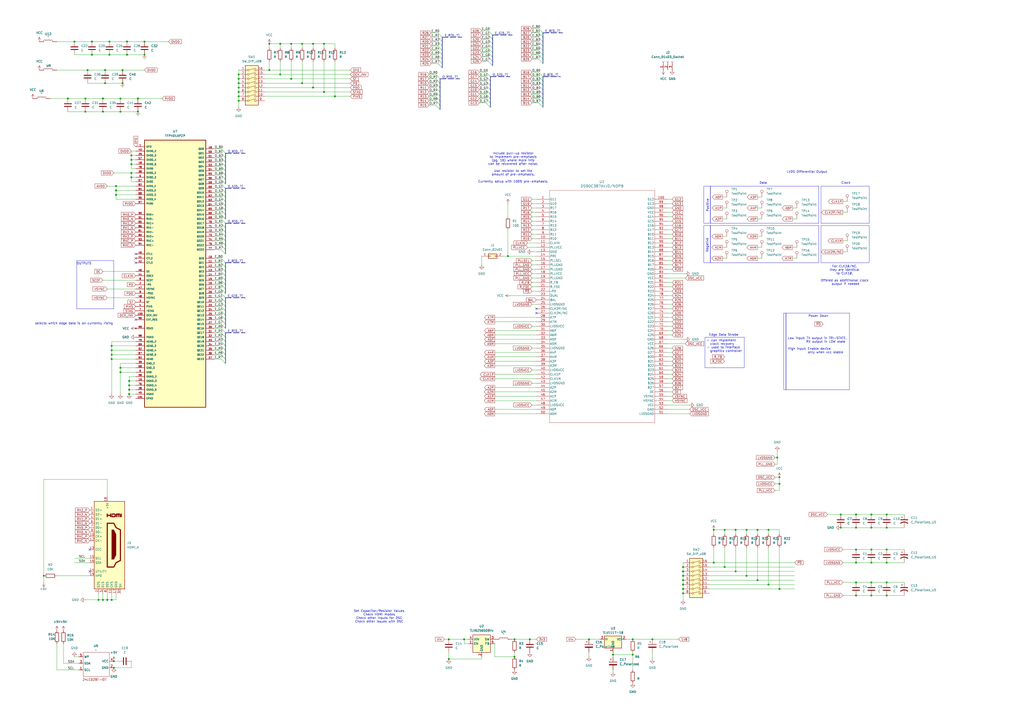
<source format=kicad_sch>
(kicad_sch (version 20231120) (generator "eeschema") (generator_version "8.0")
  (paper "A2")
  (junction (at 187.96 25.4))
  (junction (at 420.37 328.93))
  (junction (at 181.61 25.4))
  (junction (at 67.31 110.49))
  (junction (at 505.46 345.44))
  (junction (at 181.61 50.8))
  (junction (at 260.35 370.84))
  (junction (at 487.68 298.45))
  (junction (at 63.5 31.75))
  (junction (at 156.21 25.4))
  (junction (at 450.85 265.43))
  (junction (at 138.43 58.42))
  (junction (at 67.31 107.95))
  (junction (at 66.04 387.35))
  (junction (at 452.12 341.63))
  (junction (at 59.69 57.15))
  (junction (at 269.24 370.84))
  (junction (at 43.18 24.13))
  (junction (at 294.64 148.59))
  (junction (at 439.42 307.34))
  (junction (at 175.26 48.26))
  (junction (at 168.91 45.72))
  (junction (at 187.96 53.34))
  (junction (at 39.37 57.15))
  (junction (at 64.77 208.28))
  (junction (at 162.56 25.4))
  (junction (at 396.24 328.93))
  (junction (at 514.35 318.77))
  (junction (at 60.96 48.26))
  (junction (at 505.46 318.77))
  (junction (at 175.26 25.4))
  (junction (at 514.35 306.07))
  (junction (at 194.31 55.88))
  (junction (at 69.85 57.15))
  (junction (at 367.03 379.73))
  (junction (at 496.57 337.82))
  (junction (at 367.03 370.84))
  (junction (at 514.35 337.82))
  (junction (at 396.24 344.17))
  (junction (at 25.4 334.01))
  (junction (at 505.46 298.45))
  (junction (at 298.45 370.84))
  (junction (at 260.35 382.27))
  (junction (at 53.34 31.75))
  (junction (at 378.46 370.84))
  (junction (at 49.53 64.77))
  (junction (at 396.24 336.55))
  (junction (at 307.34 370.84))
  (junction (at 74.93 228.6))
  (junction (at 426.72 307.34))
  (junction (at 452.12 280.67))
  (junction (at 83.82 31.75))
  (junction (at 505.46 326.39))
  (junction (at 496.57 318.77))
  (junction (at 514.35 345.44))
  (junction (at 80.01 64.77))
  (junction (at 138.43 50.8))
  (junction (at 49.53 57.15))
  (junction (at 505.46 337.82))
  (junction (at 64.77 347.98))
  (junction (at 452.12 276.86))
  (junction (at 59.69 347.98))
  (junction (at 76.2 95.25))
  (junction (at 59.69 64.77))
  (junction (at 396.24 331.47))
  (junction (at 66.04 383.54))
  (junction (at 73.66 31.75))
  (junction (at 420.37 307.34))
  (junction (at 156.21 40.64))
  (junction (at 74.93 220.98))
  (junction (at 74.93 223.52))
  (junction (at 341.63 370.84))
  (junction (at 83.82 24.13))
  (junction (at 298.45 381))
  (junction (at 138.43 43.18))
  (junction (at 50.8 40.64))
  (junction (at 496.57 306.07))
  (junction (at 496.57 298.45))
  (junction (at 138.43 53.34))
  (junction (at 396.24 334.01))
  (junction (at 162.56 43.18))
  (junction (at 69.85 64.77))
  (junction (at 505.46 306.07))
  (junction (at 514.35 326.39))
  (junction (at 53.34 24.13))
  (junction (at 514.35 298.45))
  (junction (at 138.43 55.88))
  (junction (at 487.68 306.07))
  (junction (at 439.42 336.55))
  (junction (at 60.96 40.64))
  (junction (at 445.77 339.09))
  (junction (at 76.2 90.17))
  (junction (at 396.24 339.09))
  (junction (at 168.91 25.4))
  (junction (at 73.66 24.13))
  (junction (at 433.07 307.34))
  (junction (at 76.2 100.33))
  (junction (at 57.15 347.98))
  (junction (at 496.57 326.39))
  (junction (at 67.31 113.03))
  (junction (at 496.57 345.44))
  (junction (at 62.23 347.98))
  (junction (at 414.02 326.39))
  (junction (at 76.2 92.71))
  (junction (at 138.43 45.72))
  (junction (at 69.85 215.9))
  (junction (at 396.24 341.63))
  (junction (at 69.85 213.36))
  (junction (at 74.93 226.06))
  (junction (at 64.77 205.74))
  (junction (at 426.72 331.47))
  (junction (at 445.77 307.34))
  (junction (at 80.01 57.15))
  (junction (at 64.77 200.66))
  (junction (at 414.02 307.34))
  (junction (at 433.07 334.01))
  (junction (at 71.12 48.26))
  (junction (at 355.6 379.73))
  (junction (at 63.5 24.13))
  (junction (at 76.2 102.87))
  (junction (at 64.77 203.2))
  (junction (at 71.12 40.64))
  (junction (at 138.43 48.26))
  (no_connect (at 52.07 331.47))
  (no_connect (at 78.74 147.32))
  (no_connect (at 52.07 318.77))
  (no_connect (at 78.74 152.4))
  (no_connect (at 78.74 149.86))
  (no_connect (at 311.15 179.07))
  (no_connect (at 311.15 181.61))
  (no_connect (at 78.74 185.42))
  (bus_entry (at 281.94 46.99) (size 2.54 2.54))
  (bus_entry (at 283.21 25.4) (size 2.54 2.54))
  (bus_entry (at 128.27 175.26) (size 2.54 2.54))
  (bus_entry (at 128.27 132.08) (size 2.54 2.54))
  (bus_entry (at 128.27 203.2) (size 2.54 2.54))
  (bus_entry (at 254 34.29) (size 2.54 2.54))
  (bus_entry (at 128.27 104.14) (size 2.54 2.54))
  (bus_entry (at 128.27 190.5) (size 2.54 2.54))
  (bus_entry (at 254 21.59) (size 2.54 2.54))
  (bus_entry (at 128.27 121.92) (size 2.54 2.54))
  (bus_entry (at 128.27 142.24) (size 2.54 2.54))
  (bus_entry (at 128.27 177.8) (size 2.54 2.54))
  (bus_entry (at 128.27 200.66) (size 2.54 2.54))
  (bus_entry (at 128.27 109.22) (size 2.54 2.54))
  (bus_entry (at 252.73 48.26) (size 2.54 2.54))
  (bus_entry (at 128.27 170.18) (size 2.54 2.54))
  (bus_entry (at 128.27 149.86) (size 2.54 2.54))
  (bus_entry (at 281.94 57.15) (size 2.54 2.54))
  (bus_entry (at 128.27 114.3) (size 2.54 2.54))
  (bus_entry (at 128.27 180.34) (size 2.54 2.54))
  (bus_entry (at 128.27 119.38) (size 2.54 2.54))
  (bus_entry (at 283.21 27.94) (size 2.54 2.54))
  (bus_entry (at 281.94 41.91) (size 2.54 2.54))
  (bus_entry (at 281.94 49.53) (size 2.54 2.54))
  (bus_entry (at 283.21 22.86) (size 2.54 2.54))
  (bus_entry (at 128.27 101.6) (size 2.54 2.54))
  (bus_entry (at 252.73 43.18) (size 2.54 2.54))
  (bus_entry (at 312.42 24.13) (size 2.54 2.54))
  (bus_entry (at 128.27 152.4) (size 2.54 2.54))
  (bus_entry (at 128.27 124.46) (size 2.54 2.54))
  (bus_entry (at 312.42 31.75) (size 2.54 2.54))
  (bus_entry (at 128.27 127) (size 2.54 2.54))
  (bus_entry (at 312.42 59.69) (size 2.54 2.54))
  (bus_entry (at 312.42 44.45) (size 2.54 2.54))
  (bus_entry (at 283.21 17.78) (size 2.54 2.54))
  (bus_entry (at 128.27 99.06) (size 2.54 2.54))
  (bus_entry (at 128.27 193.04) (size 2.54 2.54))
  (bus_entry (at 128.27 172.72) (size 2.54 2.54))
  (bus_entry (at 128.27 144.78) (size 2.54 2.54))
  (bus_entry (at 312.42 41.91) (size 2.54 2.54))
  (bus_entry (at 312.42 54.61) (size 2.54 2.54))
  (bus_entry (at 128.27 182.88) (size 2.54 2.54))
  (bus_entry (at 312.42 49.53) (size 2.54 2.54))
  (bus_entry (at 254 29.21) (size 2.54 2.54))
  (bus_entry (at 128.27 187.96) (size 2.54 2.54))
  (bus_entry (at 312.42 29.21) (size 2.54 2.54))
  (bus_entry (at 128.27 160.02) (size 2.54 2.54))
  (bus_entry (at 252.73 58.42) (size 2.54 2.54))
  (bus_entry (at 128.27 139.7) (size 2.54 2.54))
  (bus_entry (at 128.27 129.54) (size 2.54 2.54))
  (bus_entry (at 128.27 106.68) (size 2.54 2.54))
  (bus_entry (at 252.73 50.8) (size 2.54 2.54))
  (bus_entry (at 281.94 44.45) (size 2.54 2.54))
  (bus_entry (at 312.42 26.67) (size 2.54 2.54))
  (bus_entry (at 128.27 96.52) (size 2.54 2.54))
  (bus_entry (at 254 31.75) (size 2.54 2.54))
  (bus_entry (at 252.73 55.88) (size 2.54 2.54))
  (bus_entry (at 281.94 52.07) (size 2.54 2.54))
  (bus_entry (at 128.27 165.1) (size 2.54 2.54))
  (bus_entry (at 254 26.67) (size 2.54 2.54))
  (bus_entry (at 128.27 111.76) (size 2.54 2.54))
  (bus_entry (at 128.27 185.42) (size 2.54 2.54))
  (bus_entry (at 252.73 53.34) (size 2.54 2.54))
  (bus_entry (at 128.27 195.58) (size 2.54 2.54))
  (bus_entry (at 128.27 93.98) (size 2.54 2.54))
  (bus_entry (at 254 36.83) (size 2.54 2.54))
  (bus_entry (at 128.27 208.28) (size 2.54 2.54))
  (bus_entry (at 252.73 45.72) (size 2.54 2.54))
  (bus_entry (at 312.42 34.29) (size 2.54 2.54))
  (bus_entry (at 312.42 52.07) (size 2.54 2.54))
  (bus_entry (at 128.27 116.84) (size 2.54 2.54))
  (bus_entry (at 128.27 167.64) (size 2.54 2.54))
  (bus_entry (at 128.27 88.9) (size 2.54 2.54))
  (bus_entry (at 128.27 154.94) (size 2.54 2.54))
  (bus_entry (at 254 19.05) (size 2.54 2.54))
  (bus_entry (at 312.42 19.05) (size 2.54 2.54))
  (bus_entry (at 128.27 134.62) (size 2.54 2.54))
  (bus_entry (at 128.27 162.56) (size 2.54 2.54))
  (bus_entry (at 283.21 30.48) (size 2.54 2.54))
  (bus_entry (at 128.27 157.48) (size 2.54 2.54))
  (bus_entry (at 312.42 16.51) (size 2.54 2.54))
  (bus_entry (at 128.27 137.16) (size 2.54 2.54))
  (bus_entry (at 252.73 60.96) (size 2.54 2.54))
  (bus_entry (at 128.27 205.74) (size 2.54 2.54))
  (bus_entry (at 128.27 91.44) (size 2.54 2.54))
  (bus_entry (at 312.42 46.99) (size 2.54 2.54))
  (bus_entry (at 283.21 33.02) (size 2.54 2.54))
  (bus_entry (at 128.27 86.36) (size 2.54 2.54))
  (bus_entry (at 312.42 57.15) (size 2.54 2.54))
  (bus_entry (at 283.21 20.32) (size 2.54 2.54))
  (bus_entry (at 128.27 198.12) (size 2.54 2.54))
  (bus_entry (at 254 24.13) (size 2.54 2.54))
  (bus_entry (at 312.42 21.59) (size 2.54 2.54))
  (bus_entry (at 281.94 59.69) (size 2.54 2.54))
  (bus_entry (at 281.94 54.61) (size 2.54 2.54))
  (bus_entry (at 283.21 35.56) (size 2.54 2.54))
  (wire (pts (xy 64.77 203.2) (xy 78.74 203.2)))
  (wire (pts (xy 175.26 25.4) (xy 175.26 27.94)))
  (wire (pts (xy 308.61 125.73) (xy 311.15 125.73)))
  (wire (pts (xy 50.8 48.26) (xy 60.96 48.26)))
  (wire (pts (xy 43.18 31.75) (xy 53.34 31.75)))
  (wire (pts (xy 76.2 105.41) (xy 78.74 105.41)))
  (wire (pts (xy 124.46 167.64) (xy 128.27 167.64)))
  (wire (pts (xy 260.35 382.27) (xy 279.4 382.27)))
  (wire (pts (xy 62.23 172.72) (xy 78.74 172.72)))
  (wire (pts (xy 187.96 25.4) (xy 187.96 27.94)))
  (wire (pts (xy 411.48 328.93) (xy 420.37 328.93)))
  (bus (pts (xy 130.81 114.3) (xy 130.81 116.84)))
  (wire (pts (xy 414.02 307.34) (xy 414.02 309.88)))
  (wire (pts (xy 67.31 113.03) (xy 67.31 110.49)))
  (wire (pts (xy 308.61 16.51) (xy 312.42 16.51)))
  (wire (pts (xy 387.35 176.53) (xy 389.89 176.53)))
  (wire (pts (xy 76.2 92.71) (xy 76.2 90.17)))
  (wire (pts (xy 168.91 45.72) (xy 203.2 45.72)))
  (wire (pts (xy 248.92 53.34) (xy 252.73 53.34)))
  (wire (pts (xy 459.74 127) (xy 462.28 127)))
  (wire (pts (xy 39.37 57.15) (xy 49.53 57.15)))
  (wire (pts (xy 187.96 53.34) (xy 203.2 53.34)))
  (wire (pts (xy 67.31 113.03) (xy 78.74 113.03)))
  (wire (pts (xy 187.96 25.4) (xy 181.61 25.4)))
  (wire (pts (xy 387.35 168.91) (xy 389.89 168.91)))
  (wire (pts (xy 153.67 40.64) (xy 156.21 40.64)))
  (wire (pts (xy 308.61 31.75) (xy 312.42 31.75)))
  (wire (pts (xy 297.18 370.84) (xy 298.45 370.84)))
  (wire (pts (xy 162.56 43.18) (xy 203.2 43.18)))
  (wire (pts (xy 194.31 25.4) (xy 187.96 25.4)))
  (wire (pts (xy 64.77 200.66) (xy 78.74 200.66)))
  (bus (pts (xy 130.81 142.24) (xy 130.81 144.78)))
  (wire (pts (xy 124.46 93.98) (xy 128.27 93.98)))
  (bus (pts (xy 255.27 58.42) (xy 255.27 60.96)))
  (wire (pts (xy 387.35 194.31) (xy 389.89 194.31)))
  (bus (pts (xy 285.75 20.32) (xy 297.18 20.32)) (stroke (width 0) (type dash)))
  (bus (pts (xy 130.81 208.28) (xy 130.81 210.82)))
  (wire (pts (xy 387.35 115.57) (xy 389.89 115.57)))
  (wire (pts (xy 387.35 184.15) (xy 389.89 184.15)))
  (wire (pts (xy 505.46 318.77) (xy 514.35 318.77)))
  (wire (pts (xy 308.61 201.93) (xy 311.15 201.93)))
  (wire (pts (xy 124.46 162.56) (xy 128.27 162.56)))
  (wire (pts (xy 124.46 175.26) (xy 128.27 175.26)))
  (bus (pts (xy 314.96 49.53) (xy 314.96 52.07)))
  (wire (pts (xy 308.61 138.43) (xy 311.15 138.43)))
  (wire (pts (xy 387.35 179.07) (xy 389.89 179.07)))
  (wire (pts (xy 445.77 307.34) (xy 439.42 307.34)))
  (bus (pts (xy 314.96 59.69) (xy 314.96 62.23)))
  (bus (pts (xy 130.81 160.02) (xy 130.81 162.56)))
  (wire (pts (xy 83.82 40.64) (xy 71.12 40.64)))
  (wire (pts (xy 414.02 326.39) (xy 461.01 326.39)))
  (wire (pts (xy 194.31 55.88) (xy 153.67 55.88)))
  (wire (pts (xy 355.6 379.73) (xy 367.03 379.73)))
  (wire (pts (xy 419.1 137.16) (xy 421.64 137.16)))
  (bus (pts (xy 256.54 29.21) (xy 256.54 31.75)))
  (bus (pts (xy 130.81 104.14) (xy 130.81 106.68)))
  (wire (pts (xy 450.85 261.62) (xy 450.85 265.43)))
  (wire (pts (xy 153.67 48.26) (xy 175.26 48.26)))
  (bus (pts (xy 130.81 88.9) (xy 130.81 91.44)))
  (wire (pts (xy 278.13 46.99) (xy 281.94 46.99)))
  (wire (pts (xy 450.85 269.24) (xy 449.58 269.24)))
  (bus (pts (xy 314.96 19.05) (xy 326.39 19.05)) (stroke (width 0) (type dash)))
  (wire (pts (xy 449.58 276.86) (xy 452.12 276.86)))
  (wire (pts (xy 452.12 341.63) (xy 461.01 341.63)))
  (wire (pts (xy 168.91 25.4) (xy 162.56 25.4)))
  (wire (pts (xy 387.35 227.33) (xy 389.89 227.33)))
  (wire (pts (xy 43.18 381) (xy 45.72 381)))
  (wire (pts (xy 248.92 45.72) (xy 252.73 45.72)))
  (wire (pts (xy 124.46 114.3) (xy 128.27 114.3)))
  (wire (pts (xy 308.61 135.89) (xy 311.15 135.89)))
  (wire (pts (xy 269.24 370.84) (xy 269.24 373.38)))
  (wire (pts (xy 76.2 97.79) (xy 78.74 97.79)))
  (wire (pts (xy 124.46 129.54) (xy 128.27 129.54)))
  (wire (pts (xy 69.85 210.82) (xy 69.85 213.36)))
  (wire (pts (xy 411.48 326.39) (xy 414.02 326.39)))
  (wire (pts (xy 287.02 184.15) (xy 311.15 184.15)))
  (wire (pts (xy 156.21 40.64) (xy 203.2 40.64)))
  (wire (pts (xy 124.46 101.6) (xy 128.27 101.6)))
  (wire (pts (xy 67.31 115.57) (xy 78.74 115.57)))
  (wire (pts (xy 308.61 57.15) (xy 312.42 57.15)))
  (wire (pts (xy 64.77 344.17) (xy 64.77 347.98)))
  (wire (pts (xy 387.35 189.23) (xy 389.89 189.23)))
  (bus (pts (xy 255.27 55.88) (xy 255.27 58.42)))
  (wire (pts (xy 505.46 326.39) (xy 514.35 326.39)))
  (wire (pts (xy 439.42 127) (xy 441.96 127)))
  (bus (pts (xy 130.81 99.06) (xy 130.81 101.6)))
  (wire (pts (xy 194.31 27.94) (xy 194.31 25.4)))
  (bus (pts (xy 284.48 54.61) (xy 284.48 57.15)))
  (wire (pts (xy 311.15 148.59) (xy 294.64 148.59)))
  (wire (pts (xy 488.95 318.77) (xy 496.57 318.77)))
  (wire (pts (xy 387.35 166.37) (xy 389.89 166.37)))
  (wire (pts (xy 439.42 120.65) (xy 441.96 120.65)))
  (wire (pts (xy 308.61 52.07) (xy 312.42 52.07)))
  (bus (pts (xy 284.48 46.99) (xy 284.48 49.53)))
  (wire (pts (xy 387.35 186.69) (xy 389.89 186.69)))
  (wire (pts (xy 287.02 199.39) (xy 311.15 199.39)))
  (wire (pts (xy 308.61 234.95) (xy 311.15 234.95)))
  (wire (pts (xy 138.43 53.34) (xy 138.43 55.88)))
  (bus (pts (xy 284.48 44.45) (xy 284.48 46.99)))
  (wire (pts (xy 505.46 298.45) (xy 514.35 298.45)))
  (bus (pts (xy 130.81 187.96) (xy 130.81 190.5)))
  (wire (pts (xy 49.53 64.77) (xy 59.69 64.77)))
  (wire (pts (xy 43.18 326.39) (xy 52.07 326.39)))
  (wire (pts (xy 279.4 382.27) (xy 279.4 381)))
  (wire (pts (xy 387.35 120.65) (xy 389.89 120.65)))
  (wire (pts (xy 76.2 100.33) (xy 76.2 102.87)))
  (wire (pts (xy 124.46 86.36) (xy 128.27 86.36)))
  (bus (pts (xy 130.81 162.56) (xy 130.81 165.1)))
  (wire (pts (xy 62.23 107.95) (xy 67.31 107.95)))
  (wire (pts (xy 124.46 154.94) (xy 128.27 154.94)))
  (wire (pts (xy 308.61 130.81) (xy 311.15 130.81)))
  (wire (pts (xy 69.85 213.36) (xy 78.74 213.36)))
  (bus (pts (xy 130.81 198.12) (xy 130.81 200.66)))
  (wire (pts (xy 387.35 161.29) (xy 397.51 161.29)))
  (wire (pts (xy 67.31 107.95) (xy 67.31 110.49)))
  (bus (pts (xy 130.81 182.88) (xy 130.81 185.42)))
  (wire (pts (xy 124.46 208.28) (xy 128.27 208.28)))
  (wire (pts (xy 514.35 298.45) (xy 524.51 298.45)))
  (wire (pts (xy 449.58 280.67) (xy 452.12 280.67)))
  (wire (pts (xy 387.35 229.87) (xy 389.89 229.87)))
  (wire (pts (xy 53.34 31.75) (xy 63.5 31.75)))
  (wire (pts (xy 308.61 128.27) (xy 311.15 128.27)))
  (wire (pts (xy 419.1 120.65) (xy 421.64 120.65)))
  (wire (pts (xy 181.61 35.56) (xy 181.61 50.8)))
  (wire (pts (xy 124.46 170.18) (xy 128.27 170.18)))
  (bus (pts (xy 130.81 96.52) (xy 130.81 99.06)))
  (wire (pts (xy 156.21 35.56) (xy 156.21 40.64)))
  (wire (pts (xy 420.37 307.34) (xy 414.02 307.34)))
  (bus (pts (xy 314.96 29.21) (xy 314.96 31.75)))
  (wire (pts (xy 450.85 265.43) (xy 450.85 269.24)))
  (wire (pts (xy 43.18 323.85) (xy 52.07 323.85)))
  (wire (pts (xy 298.45 370.84) (xy 307.34 370.84)))
  (bus (pts (xy 285.75 20.32) (xy 285.75 22.86)))
  (wire (pts (xy 287.02 186.69) (xy 311.15 186.69)))
  (wire (pts (xy 278.13 54.61) (xy 281.94 54.61)))
  (wire (pts (xy 308.61 115.57) (xy 311.15 115.57)))
  (wire (pts (xy 63.5 24.13) (xy 73.66 24.13)))
  (wire (pts (xy 433.07 307.34) (xy 433.07 309.88)))
  (bus (pts (xy 130.81 132.08) (xy 130.81 134.62)))
  (wire (pts (xy 488.95 139.7) (xy 491.49 139.7)))
  (wire (pts (xy 124.46 104.14) (xy 128.27 104.14)))
  (wire (pts (xy 308.61 54.61) (xy 312.42 54.61)))
  (wire (pts (xy 387.35 130.81) (xy 389.89 130.81)))
  (wire (pts (xy 83.82 24.13) (xy 97.79 24.13)))
  (wire (pts (xy 298.45 378.46) (xy 298.45 381)))
  (bus (pts (xy 285.75 27.94) (xy 285.75 30.48)))
  (wire (pts (xy 433.07 307.34) (xy 426.72 307.34)))
  (wire (pts (xy 294.64 133.35) (xy 294.64 148.59)))
  (wire (pts (xy 257.81 370.84) (xy 260.35 370.84)))
  (bus (pts (xy 255.27 60.96) (xy 255.27 63.5)))
  (wire (pts (xy 487.68 306.07) (xy 496.57 306.07)))
  (wire (pts (xy 162.56 43.18) (xy 162.56 35.56)))
  (wire (pts (xy 153.67 53.34) (xy 187.96 53.34)))
  (bus (pts (xy 130.81 167.64) (xy 130.81 170.18)))
  (bus (pts (xy 256.54 21.59) (xy 256.54 24.13)))
  (bus (pts (xy 130.81 101.6) (xy 130.81 104.14)))
  (wire (pts (xy 124.46 149.86) (xy 128.27 149.86)))
  (wire (pts (xy 396.24 328.93) (xy 396.24 331.47)))
  (wire (pts (xy 138.43 50.8) (xy 138.43 53.34)))
  (bus (pts (xy 255.27 45.72) (xy 255.27 48.26)))
  (wire (pts (xy 162.56 25.4) (xy 156.21 25.4)))
  (wire (pts (xy 393.7 370.84) (xy 378.46 370.84)))
  (wire (pts (xy 138.43 58.42) (xy 138.43 62.23)))
  (wire (pts (xy 426.72 331.47) (xy 461.01 331.47)))
  (bus (pts (xy 130.81 180.34) (xy 130.81 182.88)))
  (bus (pts (xy 314.96 44.45) (xy 314.96 46.99)))
  (wire (pts (xy 57.15 347.98) (xy 59.69 347.98)))
  (wire (pts (xy 355.6 381) (xy 355.6 379.73)))
  (bus (pts (xy 130.81 152.4) (xy 130.81 154.94)))
  (wire (pts (xy 396.24 341.63) (xy 396.24 344.17)))
  (wire (pts (xy 287.02 194.31) (xy 311.15 194.31)))
  (wire (pts (xy 53.34 24.13) (xy 63.5 24.13)))
  (wire (pts (xy 76.2 387.35) (xy 66.04 387.35)))
  (wire (pts (xy 488.95 345.44) (xy 496.57 345.44)))
  (wire (pts (xy 74.93 220.98) (xy 74.93 223.52)))
  (wire (pts (xy 279.4 148.59) (xy 279.4 153.67)))
  (wire (pts (xy 387.35 158.75) (xy 397.51 158.75)))
  (wire (pts (xy 62.23 288.29) (xy 62.23 278.13)))
  (wire (pts (xy 278.13 41.91) (xy 281.94 41.91)))
  (wire (pts (xy 279.4 22.86) (xy 283.21 22.86)))
  (wire (pts (xy 64.77 208.28) (xy 64.77 228.6)))
  (wire (pts (xy 124.46 152.4) (xy 128.27 152.4)))
  (wire (pts (xy 459.74 120.65) (xy 462.28 120.65)))
  (bus (pts (xy 130.81 129.54) (xy 142.24 129.54)) (stroke (width 0) (type dash)))
  (wire (pts (xy 426.72 331.47) (xy 426.72 317.5)))
  (wire (pts (xy 60.96 48.26) (xy 71.12 48.26)))
  (wire (pts (xy 439.42 137.16) (xy 441.96 137.16)))
  (wire (pts (xy 367.03 370.84) (xy 378.46 370.84)))
  (wire (pts (xy 45.72 388.62) (xy 33.02 388.62)))
  (bus (pts (xy 130.81 93.98) (xy 130.81 96.52)))
  (bus (pts (xy 130.81 193.04) (xy 130.81 195.58)))
  (wire (pts (xy 387.35 163.83) (xy 389.89 163.83)))
  (wire (pts (xy 396.24 331.47) (xy 396.24 334.01)))
  (wire (pts (xy 452.12 280.67) (xy 452.12 284.48)))
  (wire (pts (xy 248.92 58.42) (xy 252.73 58.42)))
  (wire (pts (xy 250.19 24.13) (xy 254 24.13)))
  (bus (pts (xy 130.81 165.1) (xy 130.81 167.64)))
  (wire (pts (xy 445.77 339.09) (xy 445.77 317.5)))
  (wire (pts (xy 287.02 224.79) (xy 311.15 224.79)))
  (wire (pts (xy 248.92 48.26) (xy 252.73 48.26)))
  (wire (pts (xy 308.61 120.65) (xy 311.15 120.65)))
  (wire (pts (xy 341.63 378.46) (xy 341.63 381)))
  (wire (pts (xy 25.4 334.01) (xy 25.4 337.82)))
  (wire (pts (xy 64.77 198.12) (xy 64.77 200.66)))
  (wire (pts (xy 363.22 370.84) (xy 367.03 370.84)))
  (wire (pts (xy 49.53 57.15) (xy 59.69 57.15)))
  (wire (pts (xy 387.35 240.03) (xy 400.05 240.03)))
  (wire (pts (xy 306.07 143.51) (xy 311.15 143.51)))
  (wire (pts (xy 396.24 326.39) (xy 396.24 328.93)))
  (wire (pts (xy 287.02 229.87) (xy 311.15 229.87)))
  (wire (pts (xy 78.74 198.12) (xy 64.77 198.12)))
  (bus (pts (xy 284.48 44.45) (xy 295.91 44.45)) (stroke (width 0) (type dash)))
  (bus (pts (xy 130.81 172.72) (xy 130.81 175.26)))
  (wire (pts (xy 25.4 278.13) (xy 25.4 334.01)))
  (wire (pts (xy 29.21 57.15) (xy 39.37 57.15)))
  (wire (pts (xy 49.53 347.98) (xy 57.15 347.98)))
  (wire (pts (xy 287.02 232.41) (xy 311.15 232.41)))
  (wire (pts (xy 124.46 203.2) (xy 128.27 203.2)))
  (wire (pts (xy 271.78 373.38) (xy 269.24 373.38)))
  (wire (pts (xy 308.61 46.99) (xy 312.42 46.99)))
  (wire (pts (xy 452.12 309.88) (xy 452.12 307.34)))
  (wire (pts (xy 124.46 91.44) (xy 128.27 91.44)))
  (wire (pts (xy 308.61 118.11) (xy 311.15 118.11)))
  (wire (pts (xy 57.15 344.17) (xy 57.15 347.98)))
  (wire (pts (xy 124.46 124.46) (xy 128.27 124.46)))
  (wire (pts (xy 387.35 214.63) (xy 389.89 214.63)))
  (bus (pts (xy 255.27 48.26) (xy 255.27 50.8)))
  (wire (pts (xy 69.85 213.36) (xy 69.85 215.9)))
  (wire (pts (xy 279.4 33.02) (xy 283.21 33.02)))
  (wire (pts (xy 168.91 45.72) (xy 168.91 35.56)))
  (wire (pts (xy 76.2 100.33) (xy 66.04 100.33)))
  (wire (pts (xy 308.61 44.45) (xy 312.42 44.45)))
  (wire (pts (xy 124.46 96.52) (xy 128.27 96.52)))
  (wire (pts (xy 488.95 116.84) (xy 491.49 116.84)))
  (wire (pts (xy 449.58 265.43) (xy 450.85 265.43)))
  (bus (pts (xy 256.54 31.75) (xy 256.54 34.29)))
  (bus (pts (xy 130.81 154.94) (xy 130.81 157.48)))
  (bus (pts (xy 284.48 57.15) (xy 284.48 59.69)))
  (wire (pts (xy 39.37 64.77) (xy 49.53 64.77)))
  (wire (pts (xy 78.74 208.28) (xy 64.77 208.28)))
  (wire (pts (xy 426.72 307.34) (xy 426.72 309.88)))
  (wire (pts (xy 194.31 55.88) (xy 203.2 55.88)))
  (bus (pts (xy 284.48 59.69) (xy 284.48 62.23)))
  (wire (pts (xy 488.95 146.05) (xy 491.49 146.05)))
  (wire (pts (xy 505.46 345.44) (xy 514.35 345.44)))
  (wire (pts (xy 36.83 373.38) (xy 36.83 384.81)))
  (wire (pts (xy 76.2 102.87) (xy 78.74 102.87)))
  (wire (pts (xy 514.35 326.39) (xy 524.51 326.39)))
  (wire (pts (xy 124.46 190.5) (xy 128.27 190.5)))
  (wire (pts (xy 514.35 345.44) (xy 524.51 345.44)))
  (wire (pts (xy 278.13 44.45) (xy 281.94 44.45)))
  (wire (pts (xy 387.35 201.93) (xy 389.89 201.93)))
  (wire (pts (xy 248.92 43.18) (xy 252.73 43.18)))
  (wire (pts (xy 411.48 334.01) (xy 433.07 334.01)))
  (bus (pts (xy 314.96 54.61) (xy 314.96 57.15)))
  (wire (pts (xy 496.57 318.77) (xy 505.46 318.77)))
  (wire (pts (xy 308.61 146.05) (xy 311.15 146.05)))
  (wire (pts (xy 387.35 207.01) (xy 389.89 207.01)))
  (wire (pts (xy 308.61 214.63) (xy 311.15 214.63)))
  (wire (pts (xy 64.77 205.74) (xy 64.77 208.28)))
  (wire (pts (xy 62.23 167.64) (xy 78.74 167.64)))
  (wire (pts (xy 124.46 200.66) (xy 128.27 200.66)))
  (wire (pts (xy 387.35 219.71) (xy 389.89 219.71)))
  (wire (pts (xy 308.61 24.13) (xy 312.42 24.13)))
  (wire (pts (xy 387.35 181.61) (xy 389.89 181.61)))
  (bus (pts (xy 130.81 185.42) (xy 130.81 187.96)))
  (wire (pts (xy 69.85 64.77) (xy 80.01 64.77)))
  (wire (pts (xy 496.57 326.39) (xy 505.46 326.39)))
  (wire (pts (xy 269.24 370.84) (xy 271.78 370.84)))
  (wire (pts (xy 308.61 59.69) (xy 312.42 59.69)))
  (wire (pts (xy 124.46 193.04) (xy 128.27 193.04)))
  (wire (pts (xy 181.61 25.4) (xy 181.61 27.94)))
  (wire (pts (xy 64.77 200.66) (xy 64.77 203.2)))
  (wire (pts (xy 355.6 379.73) (xy 355.6 378.46)))
  (wire (pts (xy 420.37 328.93) (xy 420.37 317.5)))
  (wire (pts (xy 294.64 118.11) (xy 294.64 125.73)))
  (wire (pts (xy 67.31 107.95) (xy 78.74 107.95)))
  (wire (pts (xy 308.61 222.25) (xy 311.15 222.25)))
  (wire (pts (xy 426.72 307.34) (xy 420.37 307.34)))
  (wire (pts (xy 452.12 276.86) (xy 452.12 280.67)))
  (bus (pts (xy 285.75 25.4) (xy 285.75 27.94)))
  (wire (pts (xy 124.46 165.1) (xy 128.27 165.1)))
  (wire (pts (xy 124.46 187.96) (xy 128.27 187.96)))
  (wire (pts (xy 387.35 153.67) (xy 389.89 153.67)))
  (bus (pts (xy 256.54 36.83) (xy 256.54 39.37)))
  (wire (pts (xy 162.56 25.4) (xy 162.56 27.94)))
  (wire (pts (xy 187.96 53.34) (xy 187.96 35.56)))
  (wire (pts (xy 387.35 237.49) (xy 400.05 237.49)))
  (wire (pts (xy 279.4 30.48) (xy 283.21 30.48)))
  (wire (pts (xy 153.67 50.8) (xy 181.61 50.8)))
  (bus (pts (xy 130.81 203.2) (xy 130.81 205.74)))
  (wire (pts (xy 308.61 168.91) (xy 311.15 168.91)))
  (wire (pts (xy 59.69 162.56) (xy 78.74 162.56)))
  (wire (pts (xy 69.85 215.9) (xy 78.74 215.9)))
  (wire (pts (xy 287.02 196.85) (xy 311.15 196.85)))
  (wire (pts (xy 459.74 149.86) (xy 462.28 149.86)))
  (wire (pts (xy 496.57 345.44) (xy 505.46 345.44)))
  (wire (pts (xy 83.82 24.13) (xy 73.66 24.13)))
  (wire (pts (xy 279.4 17.78) (xy 283.21 17.78)))
  (wire (pts (xy 367.03 378.46) (xy 367.03 379.73)))
  (wire (pts (xy 76.2 87.63) (xy 78.74 87.63)))
  (wire (pts (xy 250.19 36.83) (xy 254 36.83)))
  (wire (pts (xy 287.02 191.77) (xy 311.15 191.77)))
  (wire (pts (xy 411.48 336.55) (xy 439.42 336.55)))
  (bus (pts (xy 130.81 193.04) (xy 142.24 193.04)) (stroke (width 0) (type dash)))
  (wire (pts (xy 76.2 102.87) (xy 76.2 105.41)))
  (wire (pts (xy 411.48 331.47) (xy 426.72 331.47)))
  (wire (pts (xy 308.61 123.19) (xy 311.15 123.19)))
  (bus (pts (xy 130.81 91.44) (xy 130.81 93.98)))
  (wire (pts (xy 308.61 156.21) (xy 311.15 156.21)))
  (wire (pts (xy 387.35 125.73) (xy 389.89 125.73)))
  (wire (pts (xy 387.35 196.85) (xy 397.51 196.85)))
  (wire (pts (xy 308.61 41.91) (xy 312.42 41.91)))
  (wire (pts (xy 124.46 205.74) (xy 128.27 205.74)))
  (wire (pts (xy 124.46 121.92) (xy 128.27 121.92)))
  (wire (pts (xy 420.37 307.34) (xy 420.37 309.88)))
  (bus (pts (xy 130.81 205.74) (xy 130.81 208.28)))
  (wire (pts (xy 308.61 19.05) (xy 312.42 19.05)))
  (wire (pts (xy 387.35 191.77) (xy 389.89 191.77)))
  (bus (pts (xy 314.96 52.07) (xy 314.96 54.61)))
  (wire (pts (xy 287.02 207.01) (xy 311.15 207.01)))
  (bus (pts (xy 314.96 57.15) (xy 314.96 59.69)))
  (wire (pts (xy 64.77 203.2) (xy 64.77 205.74)))
  (wire (pts (xy 449.58 284.48) (xy 452.12 284.48)))
  (wire (pts (xy 250.19 31.75) (xy 254 31.75)))
  (wire (pts (xy 124.46 132.08) (xy 128.27 132.08)))
  (bus (pts (xy 314.96 21.59) (xy 314.96 24.13)))
  (wire (pts (xy 260.35 378.46) (xy 260.35 382.27)))
  (wire (pts (xy 505.46 306.07) (xy 514.35 306.07)))
  (wire (pts (xy 488.95 326.39) (xy 496.57 326.39)))
  (wire (pts (xy 287.02 227.33) (xy 311.15 227.33)))
  (wire (pts (xy 387.35 151.13) (xy 389.89 151.13)))
  (bus (pts (xy 284.48 49.53) (xy 284.48 52.07)))
  (wire (pts (xy 175.26 48.26) (xy 203.2 48.26)))
  (wire (pts (xy 287.02 212.09) (xy 311.15 212.09)))
  (wire (pts (xy 452.12 317.5) (xy 452.12 341.63)))
  (wire (pts (xy 156.21 25.4) (xy 156.21 27.94)))
  (wire (pts (xy 287.02 217.17) (xy 311.15 217.17)))
  (wire (pts (xy 439.42 307.34) (xy 439.42 309.88)))
  (bus (pts (xy 130.81 152.4) (xy 142.24 152.4)) (stroke (width 0) (type dash)))
  (wire (pts (xy 175.26 25.4) (xy 168.91 25.4)))
  (wire (pts (xy 396.24 339.09) (xy 396.24 341.63)))
  (wire (pts (xy 124.46 185.42) (xy 128.27 185.42)))
  (wire (pts (xy 387.35 148.59) (xy 389.89 148.59)))
  (wire (pts (xy 387.35 232.41) (xy 389.89 232.41)))
  (wire (pts (xy 334.01 370.84) (xy 341.63 370.84)))
  (wire (pts (xy 260.35 370.84) (xy 269.24 370.84)))
  (wire (pts (xy 308.61 163.83) (xy 311.15 163.83)))
  (bus (pts (xy 284.48 52.07) (xy 284.48 54.61)))
  (wire (pts (xy 168.91 25.4) (xy 168.91 27.94)))
  (bus (pts (xy 285.75 33.02) (xy 285.75 35.56)))
  (bus (pts (xy 130.81 195.58) (xy 130.81 198.12)))
  (bus (pts (xy 130.81 134.62) (xy 130.81 137.16)))
  (wire (pts (xy 308.61 153.67) (xy 311.15 153.67)))
  (wire (pts (xy 74.93 223.52) (xy 78.74 223.52)))
  (bus (pts (xy 130.81 200.66) (xy 130.81 203.2)))
  (bus (pts (xy 314.96 46.99) (xy 314.96 49.53)))
  (wire (pts (xy 295.91 171.45) (xy 311.15 171.45)))
  (wire (pts (xy 439.42 317.5) (xy 439.42 336.55)))
  (wire (pts (xy 307.34 370.84) (xy 311.15 370.84)))
  (wire (pts (xy 74.93 218.44) (xy 78.74 218.44)))
  (wire (pts (xy 278.13 57.15) (xy 281.94 57.15)))
  (wire (pts (xy 287.02 209.55) (xy 311.15 209.55)))
  (wire (pts (xy 67.31 344.17) (xy 67.31 347.98)))
  (wire (pts (xy 308.61 29.21) (xy 312.42 29.21)))
  (wire (pts (xy 439.42 143.51) (xy 441.96 143.51)))
  (wire (pts (xy 387.35 212.09) (xy 389.89 212.09)))
  (bus (pts (xy 255.27 50.8) (xy 255.27 53.34)))
  (wire (pts (xy 387.35 217.17) (xy 389.89 217.17)))
  (wire (pts (xy 62.23 344.17) (xy 62.23 347.98)))
  (wire (pts (xy 387.35 128.27) (xy 389.89 128.27)))
  (bus (pts (xy 285.75 35.56) (xy 285.75 38.1)))
  (wire (pts (xy 387.35 118.11) (xy 389.89 118.11)))
  (wire (pts (xy 308.61 151.13) (xy 311.15 151.13)))
  (bus (pts (xy 130.81 109.22) (xy 130.81 111.76)))
  (bus (pts (xy 130.81 124.46) (xy 130.81 127)))
  (bus (pts (xy 314.96 34.29) (xy 314.96 36.83)))
  (wire (pts (xy 396.24 334.01) (xy 396.24 336.55)))
  (wire (pts (xy 78.74 100.33) (xy 76.2 100.33)))
  (wire (pts (xy 488.95 123.19) (xy 491.49 123.19)))
  (wire (pts (xy 124.46 127) (xy 128.27 127)))
  (bus (pts (xy 314.96 24.13) (xy 314.96 26.67)))
  (wire (pts (xy 64.77 347.98) (xy 67.31 347.98)))
  (bus (pts (xy 130.81 119.38) (xy 130.81 121.92)))
  (wire (pts (xy 76.2 383.54) (xy 76.2 387.35)))
  (wire (pts (xy 80.01 57.15) (xy 69.85 57.15)))
  (bus (pts (xy 255.27 53.34) (xy 255.27 55.88)))
  (wire (pts (xy 355.6 388.62) (xy 355.6 389.89)))
  (wire (pts (xy 387.35 143.51) (xy 389.89 143.51)))
  (wire (pts (xy 496.57 298.45) (xy 505.46 298.45)))
  (wire (pts (xy 59.69 157.48) (xy 78.74 157.48)))
  (wire (pts (xy 124.46 88.9) (xy 128.27 88.9)))
  (wire (pts (xy 287.02 240.03) (xy 311.15 240.03)))
  (bus (pts (xy 285.75 22.86) (xy 285.75 25.4)))
  (wire (pts (xy 439.42 307.34) (xy 433.07 307.34)))
  (wire (pts (xy 124.46 106.68) (xy 128.27 106.68)))
  (wire (pts (xy 496.57 306.07) (xy 505.46 306.07)))
  (wire (pts (xy 514.35 318.77) (xy 524.51 318.77)))
  (wire (pts (xy 181.61 25.4) (xy 175.26 25.4)))
  (wire (pts (xy 387.35 209.55) (xy 389.89 209.55)))
  (wire (pts (xy 124.46 160.02) (xy 128.27 160.02)))
  (wire (pts (xy 153.67 43.18) (xy 162.56 43.18)))
  (wire (pts (xy 341.63 370.84) (xy 347.98 370.84)))
  (wire (pts (xy 279.4 25.4) (xy 283.21 25.4)))
  (wire (pts (xy 278.13 52.07) (xy 281.94 52.07)))
  (wire (pts (xy 414.02 317.5) (xy 414.02 326.39)))
  (wire (pts (xy 124.46 157.48) (xy 128.27 157.48)))
  (wire (pts (xy 138.43 55.88) (xy 138.43 58.42)))
  (wire (pts (xy 387.35 140.97) (xy 389.89 140.97)))
  (wire (pts (xy 59.69 344.17) (xy 59.69 347.98)))
  (wire (pts (xy 250.19 21.59) (xy 254 21.59)))
  (bus (pts (xy 130.81 144.78) (xy 130.81 147.32)))
  (wire (pts (xy 387.35 138.43) (xy 389.89 138.43)))
  (wire (pts (xy 73.66 31.75) (xy 83.82 31.75)))
  (wire (pts (xy 138.43 48.26) (xy 138.43 50.8)))
  (bus (pts (xy 314.96 44.45) (xy 325.12 44.45)) (stroke (width 0) (type dash)))
  (bus (pts (xy 285.75 30.48) (xy 285.75 33.02)))
  (wire (pts (xy 378.46 382.27) (xy 378.46 378.46)))
  (wire (pts (xy 396.24 336.55) (xy 396.24 339.09)))
  (bus (pts (xy 255.27 45.72) (xy 266.7 45.72)) (stroke (width 0) (type dash)))
  (bus (pts (xy 130.81 172.72) (xy 142.24 172.72)) (stroke (width 0) (type dash)))
  (wire (pts (xy 396.24 344.17) (xy 396.24 347.98)))
  (wire (pts (xy 308.61 21.59) (xy 312.42 21.59)))
  (wire (pts (xy 203.2 50.8) (xy 181.61 50.8)))
  (wire (pts (xy 124.46 134.62) (xy 128.27 134.62)))
  (wire (pts (xy 124.46 177.8) (xy 128.27 177.8)))
  (wire (pts (xy 367.03 379.73) (xy 367.03 388.62)))
  (wire (pts (xy 80.01 57.15) (xy 93.98 57.15)))
  (wire (pts (xy 419.1 114.3) (xy 421.64 114.3)))
  (wire (pts (xy 124.46 142.24) (xy 128.27 142.24)))
  (wire (pts (xy 124.46 99.06) (xy 128.27 99.06)))
  (bus (pts (xy 130.81 111.76) (xy 130.81 114.3)))
  (wire (pts (xy 62.23 278.13) (xy 25.4 278.13)))
  (bus (pts (xy 314.96 31.75) (xy 314.96 34.29)))
  (wire (pts (xy 45.72 384.81) (xy 36.83 384.81)))
  (wire (pts (xy 33.02 373.38) (xy 33.02 388.62)))
  (wire (pts (xy 74.93 218.44) (xy 74.93 220.98)))
  (wire (pts (xy 124.46 139.7) (xy 128.27 139.7)))
  (wire (pts (xy 124.46 137.16) (xy 128.27 137.16)))
  (wire (pts (xy 248.92 55.88) (xy 252.73 55.88)))
  (wire (pts (xy 76.2 95.25) (xy 76.2 97.79)))
  (bus (pts (xy 256.54 24.13) (xy 256.54 26.67)))
  (wire (pts (xy 74.93 223.52) (xy 74.93 226.06)))
  (wire (pts (xy 287.02 219.71) (xy 311.15 219.71)))
  (wire (pts (xy 387.35 133.35) (xy 389.89 133.35)))
  (wire (pts (xy 248.92 60.96) (xy 252.73 60.96)))
  (wire (pts (xy 439.42 149.86) (xy 441.96 149.86)))
  (wire (pts (xy 76.2 90.17) (xy 78.74 90.17)))
  (wire (pts (xy 250.19 19.05) (xy 254 19.05)))
  (wire (pts (xy 250.19 34.29) (xy 254 34.29)))
  (wire (pts (xy 496.57 337.82) (xy 505.46 337.82)))
  (wire (pts (xy 433.07 334.01) (xy 461.01 334.01)))
  (wire (pts (xy 33.02 40.64) (xy 50.8 40.64)))
  (wire (pts (xy 279.4 20.32) (xy 283.21 20.32)))
  (wire (pts (xy 33.02 334.01) (xy 52.07 334.01)))
  (wire (pts (xy 278.13 49.53) (xy 281.94 49.53)))
  (bus (pts (xy 130.81 137.16) (xy 130.81 139.7)))
  (wire (pts (xy 153.67 45.72) (xy 168.91 45.72)))
  (wire (pts (xy 74.93 228.6) (xy 78.74 228.6)))
  (wire (pts (xy 308.61 133.35) (xy 311.15 133.35)))
  (wire (pts (xy 387.35 135.89) (xy 389.89 135.89)))
  (wire (pts (xy 63.5 31.75) (xy 73.66 31.75)))
  (wire (pts (xy 445.77 307.34) (xy 445.77 309.88)))
  (wire (pts (xy 124.46 180.34) (xy 128.27 180.34)))
  (wire (pts (xy 69.85 215.9) (xy 69.85 228.6)))
  (wire (pts (xy 461.01 336.55) (xy 439.42 336.55)))
  (bus (pts (xy 130.81 109.22) (xy 142.24 109.22)) (stroke (width 0) (type dash)))
  (wire (pts (xy 420.37 328.93) (xy 461.01 328.93)))
  (wire (pts (xy 124.46 198.12) (xy 128.27 198.12)))
  (wire (pts (xy 64.77 205.74) (xy 78.74 205.74)))
  (wire (pts (xy 138.43 45.72) (xy 138.43 48.26)))
  (wire (pts (xy 308.61 166.37) (xy 311.15 166.37)))
  (wire (pts (xy 74.93 226.06) (xy 74.93 228.6)))
  (wire (pts (xy 452.12 341.63) (xy 411.48 341.63)))
  (wire (pts (xy 308.61 49.53) (xy 312.42 49.53)))
  (wire (pts (xy 445.77 339.09) (xy 461.01 339.09)))
  (wire (pts (xy 419.1 127) (xy 421.64 127)))
  (wire (pts (xy 250.19 29.21) (xy 254 29.21)))
  (wire (pts (xy 33.02 24.13) (xy 43.18 24.13)))
  (wire (pts (xy 459.74 143.51) (xy 462.28 143.51)))
  (wire (pts (xy 67.31 115.57) (xy 67.31 113.03)))
  (bus (pts (xy 130.81 139.7) (xy 130.81 142.24)))
  (wire (pts (xy 287.02 237.49) (xy 311.15 237.49)))
  (wire (pts (xy 452.12 307.34) (xy 445.77 307.34)))
  (wire (pts (xy 124.46 182.88) (xy 128.27 182.88)))
  (wire (pts (xy 439.42 114.3) (xy 441.96 114.3)))
  (wire (pts (xy 387.35 171.45) (xy 389.89 171.45)))
  (bus (pts (xy 130.81 116.84) (xy 130.81 119.38)))
  (wire (pts (xy 138.43 43.18) (xy 138.43 45.72)))
  (wire (pts (xy 387.35 234.95) (xy 400.05 234.95)))
  (wire (pts (xy 124.46 119.38) (xy 128.27 119.38)))
  (wire (pts (xy 387.35 199.39) (xy 397.51 199.39)))
  (wire (pts (xy 308.61 189.23) (xy 311.15 189.23)))
  (wire (pts (xy 59.69 57.15) (xy 69.85 57.15)))
  (wire (pts (xy 59.69 64.77) (xy 69.85 64.77)))
  (wire (pts (xy 294.64 148.59) (xy 292.1 148.59)))
  (bus (pts (xy 130.81 121.92) (xy 130.81 124.46)))
  (bus (pts (xy 130.81 157.48) (xy 130.81 160.02)))
  (wire (pts (xy 60.96 40.64) (xy 71.12 40.64)))
  (wire (pts (xy 308.61 158.75) (xy 311.15 158.75)))
  (wire (pts (xy 387.35 224.79) (xy 389.89 224.79)))
  (bus (pts (xy 314.96 26.67) (xy 314.96 29.21)))
  (wire (pts (xy 124.46 144.78) (xy 128.27 144.78)))
  (bus (pts (xy 130.81 88.9) (xy 142.24 88.9)) (stroke (width 0) (type dash)))
  (wire (pts (xy 419.1 149.86) (xy 421.64 149.86)))
  (wire (pts (xy 62.23 347.98) (xy 64.77 347.98)))
  (wire (pts (xy 411.48 339.09) (xy 445.77 339.09)))
  (bus (pts (xy 130.81 177.8) (xy 130.81 180.34)))
  (wire (pts (xy 59.69 347.98) (xy 62.23 347.98)))
  (wire (pts (xy 387.35 123.19) (xy 389.89 123.19)))
  (wire (pts (xy 488.95 337.82) (xy 496.57 337.82)))
  (wire (pts (xy 308.61 161.29) (xy 311.15 161.29)))
  (bus (pts (xy 314.96 19.05) (xy 314.96 21.59)))
  (wire (pts (xy 514.35 337.82) (xy 524.51 337.82)))
  (bus (pts (xy 130.81 129.54) (xy 130.81 132.08)))
  (wire (pts (xy 480.06 298.45) (xy 487.68 298.45)))
  (wire (pts (xy 306.07 140.97) (xy 311.15 140.97)))
  (wire (pts (xy 124.46 109.22) (xy 128.27 109.22)))
  (wire (pts (xy 514.35 306.07) (xy 524.51 306.07)))
  (wire (pts (xy 387.35 173.99) (xy 389.89 173.99)))
  (bus (pts (xy 256.54 21.59) (xy 267.97 21.59)) (stroke (width 0) (type dash)))
  (wire (pts (xy 387.35 222.25) (xy 389.89 222.25)))
  (wire (pts (xy 419.1 143.51) (xy 421.64 143.51)))
  (wire (pts (xy 287.02 373.38) (xy 287.02 381)))
  (wire (pts (xy 387.35 156.21) (xy 389.89 156.21)))
  (wire (pts (xy 248.92 50.8) (xy 252.73 50.8)))
  (wire (pts (xy 124.46 111.76) (xy 128.27 111.76)))
  (wire (pts (xy 76.2 92.71) (xy 76.2 95.25)))
  (wire (pts (xy 78.74 210.82) (xy 69.85 210.82)))
  (wire (pts (xy 279.4 35.56) (xy 283.21 35.56)))
  (wire (pts (xy 50.8 40.64) (xy 60.96 40.64)))
  (wire (pts (xy 250.19 26.67) (xy 254 26.67)))
  (wire (pts (xy 387.35 146.05) (xy 389.89 146.05)))
  (wire (pts (xy 43.18 24.13) (xy 53.34 24.13)))
  (bus (pts (xy 256.54 34.29) (xy 256.54 36.83)))
  (bus (pts (xy 130.81 175.26) (xy 130.81 177.8)))
  (wire (pts (xy 138.43 40.64) (xy 138.43 43.18)))
  (wire (pts (xy 387.35 204.47) (xy 389.89 204.47)))
  (wire (pts (xy 78.74 92.71) (xy 76.2 92.71)))
  (wire (pts (xy 66.04 383.54) (xy 68.58 383.54)))
  (wire (pts (xy 124.46 195.58) (xy 128.27 195.58)))
  (wire (pts (xy 74.93 220.98) (xy 78.74 220.98)))
  (wire (pts (xy 279.4 27.94) (xy 283.21 27.94)))
  (wire (pts (xy 287.02 381) (xy 298.45 381)))
  (wire (pts (xy 124.46 172.72) (xy 128.27 172.72)))
  (bus (pts (xy 256.54 26.67) (xy 256.54 29.21)))
  (wire (pts (xy 287.02 204.47) (xy 311.15 204.47)))
  (wire (pts (xy 194.31 35.56) (xy 194.31 55.88)))
  (wire (pts (xy 433.07 334.01) (xy 433.07 317.5)))
  (wire (pts (xy 308.61 176.53) (xy 311.15 176.53)))
  (wire (pts (xy 74.93 226.06) (xy 78.74 226.06)))
  (wire (pts (xy 505.46 337.82) (xy 514.35 337.82)))
  (wire (pts (xy 67.31 110.49) (xy 78.74 110.49)))
  (wire (pts (xy 487.68 298.45) (xy 496.57 298.45)))
  (wire (pts (xy 175.26 48.26) (xy 175.26 35.56)))
  (wire (pts (xy 124.46 116.84) (xy 128.27 116.84)))
  (wire (pts (xy 76.2 95.25) (xy 78.74 95.25)))
  (wire (pts (xy 76.2 90.17) (xy 76.2 87.63)))
  (wire (pts (xy 308.61 34.29) (xy 312.42 34.29)))
  (wire (pts (xy 278.13 59.69) (xy 281.94 59.69)))
  (wire (pts (xy 308.61 26.67) (xy 312.42 26.67)))
  (rectangle (start 412.115 107.95) (end 474.98 129.54))
  (rectangle (start 454.66 181.61) (end 455.93 226.06))
  (rectangle (start 412.115 130.81) (end 474.98 152.4))
  (rectangle (start 476.25 130.81) (end 504.19 152.4))
  (rectangle (start 408.305 130.81) (end 412.115 152.4))
  (rectangle (start 476.25 107.95) (end 504.19 129.54))
  (rectangle (start 455.93 181.61) (end 492.76 226.06))
  (rectangle (start 44.45 151.13) (end 66.04 179.07))
  (rectangle (start 408.305 107.95) (end 412.115 129.54))
  (rectangle (start 408.94 195.58) (end 431.8 213.36))
  (text "Power Down" (at 474.726 183.388 0) (effects (font (size 1.27 1.27))))
  (text "selects which edge data is on currently rising\n" (at 42.926 187.706 0) (effects (font (size 1.27 1.27))))
  (text "Edge Data Strobe" (at 419.862 194.31 0) (effects (font (size 1.27 1.27))))
  (text "LVDS Differential Output" (at 468.122 99.822 0) (effects (font (size 1.27 1.27))))
  (text "For CLK2#/NC, \nthey are identical \nto CLK1#. \n\nOffered as additinonal clock \noutput if needed" (at 490.474 159.766 0) (effects (font (size 1.27 1.27))))
  (text "Positive" (at 410.464 119.126 90) (effects (font (size 1.27 1.27))))
  (text "Negative" (at 410.21 142.24 90) (effects (font (size 1.27 1.27))))
  (text "- can implement \n  clock recovery\n- used to interface \n  graphics controller" (at 409.956 200.66 0) (effects (font (size 1.27 1.27)) (justify left)))
  (text "Low input: TX output in TRI-STATE, \n           RX output in LOW state\n\nHigh input: Enable device \n            only when vcc stable" (at 456.946 200.406 0) (effects (font (size 1.27 1.27)) (justify left)))
  (text "Set Capacitor/Resistor Values\nCheck HDMI modes\nCheck other inputs for DSC\nCheck other issues with DSC\n" (at 219.964 357.632 0) (effects (font (size 1.27 1.27))))
  (text "Include pull-up resistor\nto implement pre-emphasis\n(pg. 16) where more info\ncan be recovered after noise.\n\nUse resistor to set the\namount of pre-emphasis.\n\nCurrently setup with 100% pre-emphasis." (at 297.688 97.282 0) (effects (font (size 1.27 1.27))))
  (text "Data" (at 442.722 106.172 0) (effects (font (size 1.27 1.27))))
  (text "OUTPUTS\n" (at 48.768 152.908 0) (effects (font (size 1.27 1.27))))
  (text "Clock" (at 490.728 106.172 0) (effects (font (size 1.27 1.27))))
  (label "O_B2" (at 124.46 91.44 0))
  (label "E_G1" (at 279.4 20.32 0))
  (label "O_R3" (at 124.46 134.62 0))
  (label "E_R4" (at 250.19 29.21 0))
  (label "E_G[0..7]" (at 287.02 20.32 0))
  (label "O_R1" (at 124.46 129.54 0))
  (label "E_R1" (at 124.46 193.04 0))
  (label "O_G4" (at 124.46 116.84 0))
  (label "O_R6" (at 124.46 142.24 0))
  (label "O_R7" (at 124.46 144.78 0))
  (label "E_G6" (at 124.46 185.42 0))
  (label "E_R2" (at 124.46 195.58 0))
  (label "O_B2" (at 308.61 46.99 0))
  (label "E_R0" (at 250.19 19.05 0))
  (label "O_R1" (at 248.92 45.72 0))
  (label "O_G2" (at 278.13 46.99 0))
  (label "E_R5" (at 124.46 203.2 0))
  (label "E_R3" (at 124.46 198.12 0))
  (label "E_B5" (at 124.46 162.56 0))
  (label "O_B6" (at 124.46 101.6 0))
  (label "E_G0" (at 124.46 170.18 0))
  (label "O_R[0..7]" (at 256.54 45.72 0))
  (label "SDA" (at 45.72 326.39 0))
  (label "E_B[0..7]" (at 316.23 19.05 0))
  (label "E_G5" (at 279.4 30.48 0))
  (label "O_R0" (at 124.46 127 0))
  (label "E_R4" (at 124.46 200.66 0))
  (label "O_B7" (at 124.46 104.14 0))
  (label "E_B6" (at 124.46 165.1 0))
  (label "O_B[0..7]" (at 132.08 88.9 0))
  (label "O_B3" (at 124.46 93.98 0))
  (label "O_R4" (at 248.92 53.34 0))
  (label "SDA" (at 39.37 384.81 0))
  (label "E_B6" (at 308.61 31.75 0))
  (label "O_R6" (at 248.92 58.42 0))
  (label "O_B1" (at 308.61 44.45 0))
  (label "O_R7" (at 248.92 60.96 0))
  (label "O_B0" (at 308.61 41.91 0))
  (label "O_B5" (at 308.61 54.61 0))
  (label "O_B[0..7]" (at 314.96 44.45 0))
  (label "E_R7" (at 124.46 208.28 0))
  (label "O_G7" (at 278.13 59.69 0))
  (label "O_G2" (at 124.46 111.76 0))
  (label "E_B[0..7]" (at 132.08 152.4 0))
  (label "E_G[0..7]" (at 132.08 172.72 0))
  (label "E_G7" (at 124.46 187.96 0))
  (label "O_G3" (at 124.46 114.3 0))
  (label "O_B5" (at 124.46 99.06 0))
  (label "E_G4" (at 124.46 180.34 0))
  (label "E_R7" (at 250.19 36.83 0))
  (label "E_G2" (at 124.46 175.26 0))
  (label "O_R5" (at 248.92 55.88 0))
  (label "O_G5" (at 278.13 54.61 0))
  (label "E_B3" (at 124.46 157.48 0))
  (label "O_G5" (at 124.46 119.38 0))
  (label "O_G4" (at 278.13 52.07 0))
  (label "E_B0" (at 124.46 149.86 0))
  (label "E_G6" (at 279.4 33.02 0))
  (label "E_B3" (at 308.61 24.13 0))
  (label "O_B3" (at 308.61 49.53 0))
  (label "E_G3" (at 279.4 25.4 0))
  (label "SCL" (at 39.37 388.62 0))
  (label "O_B7" (at 308.61 59.69 0))
  (label "O_R[0..7]" (at 132.08 129.54 0))
  (label "O_R4" (at 124.46 137.16 0))
  (label "O_B0" (at 124.46 86.36 0))
  (label "O_B6" (at 308.61 57.15 0))
  (label "E_B1" (at 308.61 19.05 0))
  (label "O_B1" (at 124.46 88.9 0))
  (label "E_G4" (at 279.4 27.94 0))
  (label "E_G5" (at 124.46 182.88 0))
  (label "O_R5" (at 124.46 139.7 0))
  (label "O_G0" (at 124.46 106.68 0))
  (label "O_R3" (at 248.92 50.8 0))
  (label "E_G0" (at 279.4 17.78 0))
  (label "E_R6" (at 124.46 205.74 0))
  (label "E_R1" (at 250.19 21.59 0))
  (label "E_R[0..7]" (at 132.08 193.04 0))
  (label "SCL" (at 45.72 323.85 0))
  (label "E_B7" (at 308.61 34.29 0))
  (label "O_G6" (at 124.46 121.92 0))
  (label "E_R5" (at 250.19 31.75 0))
  (label "E_B0" (at 308.61 16.51 0))
  (label "O_R2" (at 124.46 132.08 0))
  (label "O_G0" (at 278.13 41.91 0))
  (label "O_G6" (at 278.13 57.15 0))
  (label "O_G1" (at 124.46 109.22 0))
  (label "E_G2" (at 279.4 22.86 0))
  (label "E_B1" (at 124.46 152.4 0))
  (label "E_B5" (at 308.61 29.21 0))
  (label "O_B4" (at 124.46 96.52 0))
  (label "O_G1" (at 278.13 44.45 0))
  (label "E_G3" (at 124.46 177.8 0))
  (label "E_R0" (at 124.46 190.5 0))
  (label "E_R6" (at 250.19 34.29 0))
  (label "E_G7" (at 279.4 35.56 0))
  (label "O_G[0..7]" (at 132.08 109.22 0))
  (label "E_R3" (at 250.19 26.67 0))
  (label "O_R0" (at 248.92 43.18 0))
  (label "E_G1" (at 124.46 172.72 0))
  (label "E_R[0..7]" (at 257.81 21.59 0))
  (label "O_G[0..7]" (at 285.75 44.45 0))
  (label "E_B2" (at 308.61 21.59 0))
  (label "O_R2" (at 248.92 48.26 0))
  (label "E_B4" (at 124.46 160.02 0))
  (label "O_B4" (at 308.61 52.07 0))
  (label "E_B7" (at 124.46 167.64 0))
  (label "E_B2" (at 124.46 154.94 0))
  (label "E_B4" (at 308.61 26.67 0))
  (label "E_R2" (at 250.19 24.13 0))
  (label "O_G3" (at 278.13 49.53 0))
  (label "O_G7" (at 124.46 124.46 0))
  (global_label "Vin" (shape input) (at 257.81 370.84 180) (property "Intersheetrefs" "${INTERSHEET_REFS}" (effects (hide yes))))
  (global_label "R23" (shape input) (at 389.89 168.91 0) (property "Intersheetrefs" "${INTERSHEET_REFS}" (effects (hide yes))))
  (global_label "BAL" (shape input) (at 311.15 173.99 180) (property "Intersheetrefs" "${INTERSHEET_REFS}" (effects (hide yes))))
  (global_label "ST" (shape input) (at 78.74 175.26 180) (property "Intersheetrefs" "${INTERSHEET_REFS}" (effects (hide yes))))
  (global_label "RX1_N" (shape input) (at 78.74 132.08 180) (property "Intersheetrefs" "${INTERSHEET_REFS}" (effects (hide yes))))
  (global_label "A6P" (shape output) (at 287.02 191.77 180) (property "Intersheetrefs" "${INTERSHEET_REFS}" (effects (hide yes))))
  (global_label "G21" (shape input) (at 389.89 184.15 0) (property "Intersheetrefs" "${INTERSHEET_REFS}" (effects (hide yes))))
  (global_label "B20" (shape input) (at 308.61 21.59 180) (property "Intersheetrefs" "${INTERSHEET_REFS}" (effects (hide yes))))
  (global_label "LVDSVCC" (shape input) (at 308.61 234.95 180) (property "Intersheetrefs" "${INTERSHEET_REFS}" (effects (hide yes))))
  (global_label "DSC_VCC" (shape input) (at 397.51 161.29 0) (property "Intersheetrefs" "${INTERSHEET_REFS}" (effects (hide yes))))
  (global_label "R24" (shape input) (at 250.19 34.29 180) (property "Intersheetrefs" "${INTERSHEET_REFS}" (effects (hide yes))))
  (global_label "RX0_P" (shape input) (at 78.74 124.46 180) (property "Intersheetrefs" "${INTERSHEET_REFS}" (effects (hide yes))))
  (global_label "LVDSGND" (shape input) (at 400.05 240.03 0) (property "Intersheetrefs" "${INTERSHEET_REFS}" (effects (hide yes))))
  (global_label "PDO" (shape input) (at 78.74 170.18 180) (property "Intersheetrefs" "${INTERSHEET_REFS}" (effects (hide yes))))
  (global_label "A4M" (shape output) (at 439.42 143.51 180) (property "Intersheetrefs" "${INTERSHEET_REFS}" (effects (hide yes))))
  (global_label "B26" (shape input) (at 308.61 16.51 180) (property "Intersheetrefs" "${INTERSHEET_REFS}" (effects (hide yes))))
  (global_label "R11" (shape input) (at 248.92 50.8 180) (property "Intersheetrefs" "${INTERSHEET_REFS}" (effects (hide yes))))
  (global_label "B24" (shape input) (at 389.89 217.17 0) (property "Intersheetrefs" "${INTERSHEET_REFS}" (effects (hide yes))))
  (global_label "R27" (shape input) (at 389.89 179.07 0) (property "Intersheetrefs" "${INTERSHEET_REFS}" (effects (hide yes))))
  (global_label "G27" (shape input) (at 389.89 204.47 0) (property "Intersheetrefs" "${INTERSHEET_REFS}" (effects (hide yes))))
  (global_label "B13" (shape input) (at 389.89 143.51 0) (property "Intersheetrefs" "${INTERSHEET_REFS}" (effects (hide yes))))
  (global_label "G27" (shape input) (at 279.4 20.32 180) (property "Intersheetrefs" "${INTERSHEET_REFS}" (effects (hide yes))))
  (global_label "R21" (shape input) (at 389.89 163.83 0) (property "Intersheetrefs" "${INTERSHEET_REFS}" (effects (hide yes))))
  (global_label "A1P" (shape output) (at 287.02 229.87 180) (property "Intersheetrefs" "${INTERSHEET_REFS}" (effects (hide yes))))
  (global_label "A5P" (shape output) (at 287.02 196.85 180) (property "Intersheetrefs" "${INTERSHEET_REFS}" (effects (hide yes))))
  (global_label "DE" (shape input) (at 59.69 157.48 180) (property "Intersheetrefs" "${INTERSHEET_REFS}" (effects (hide yes))))
  (global_label "HSYNC" (shape input) (at 62.23 172.72 180) (property "Intersheetrefs" "${INTERSHEET_REFS}" (effects (hide yes))))
  (global_label "PLLSEL" (shape input) (at 308.61 151.13 180) (property "Intersheetrefs" "${INTERSHEET_REFS}" (effects (hide yes))))
  (global_label "CLK1M" (shape output) (at 287.02 219.71 180) (property "Intersheetrefs" "${INTERSHEET_REFS}" (effects (hide yes))))
  (global_label "B12" (shape input) (at 308.61 52.07 180) (property "Intersheetrefs" "${INTERSHEET_REFS}" (effects (hide yes))))
  (global_label "A6P" (shape output) (at 459.74 120.65 180) (property "Intersheetrefs" "${INTERSHEET_REFS}" (effects (hide yes))))
  (global_label "B16" (shape input) (at 308.61 41.91 180) (property "Intersheetrefs" "${INTERSHEET_REFS}" (effects (hide yes))))
  (global_label "B21" (shape input) (at 308.61 24.13 180) (property "Intersheetrefs" "${INTERSHEET_REFS}" (effects (hide yes))))
  (global_label "LVDSVCC" (shape input) (at 449.58 280.67 180) (property "Intersheetrefs" "${INTERSHEET_REFS}" (effects (hide yes))))
  (global_label "LVDSGND" (shape input) (at 488.95 326.39 180) (property "Intersheetrefs" "${INTERSHEET_REFS}" (effects (hide yes))))
  (global_label "RX2_N" (shape input) (at 78.74 134.62 180) (property "Intersheetrefs" "${INTERSHEET_REFS}" (effects (hide yes))))
  (global_label "VSYNC" (shape input) (at 62.23 167.64 180) (property "Intersheetrefs" "${INTERSHEET_REFS}" (effects (hide yes))))
  (global_label "DVDD" (shape input) (at 66.04 100.33 180) (property "Intersheetrefs" "${INTERSHEET_REFS}" (effects (hide yes))))
  (global_label "B22" (shape input) (at 389.89 212.09 0) (property "Intersheetrefs" "${INTERSHEET_REFS}" (effects (hide yes))))
  (global_label "A7P" (shape output) (at 459.74 127 180) (property "Intersheetrefs" "${INTERSHEET_REFS}" (effects (hide yes))))
  (global_label "HSYNC" (shape input) (at 389.89 232.41 0) (property "Intersheetrefs" "${INTERSHEET_REFS}" (effects (hide yes))))
  (global_label "G26" (shape input) (at 279.4 17.78 180) (property "Intersheetrefs" "${INTERSHEET_REFS}" (effects (hide yes))))
  (global_label "DE" (shape input) (at 389.89 227.33 0) (property "Intersheetrefs" "${INTERSHEET_REFS}" (effects (hide yes))))
  (global_label "R13" (shape input) (at 248.92 55.88 180) (property "Intersheetrefs" "${INTERSHEET_REFS}" (effects (hide yes))))
  (global_label "R26" (shape input) (at 389.89 176.53 0) (property "Intersheetrefs" "${INTERSHEET_REFS}" (effects (hide yes))))
  (global_label "~{PD}" (shape input) (at 461.01 326.39 0) (property "Intersheetrefs" "${INTERSHEET_REFS}" (effects (hide yes))))
  (global_label "PLLVCC" (shape input) (at 306.07 143.51 180) (property "Intersheetrefs" "${INTERSHEET_REFS}" (effects (hide yes))))
  (global_label "B13" (shape input) (at 308.61 54.61 180) (property "Intersheetrefs" "${INTERSHEET_REFS}" (effects (hide yes))))
  (global_label "R10" (shape input) (at 308.61 138.43 180) (property "Intersheetrefs" "${INTERSHEET_REFS}" (effects (hide yes))))
  (global_label "G22" (shape input) (at 279.4 27.94 180) (property "Intersheetrefs" "${INTERSHEET_REFS}" (effects (hide yes))))
  (global_label "VCC" (shape input) (at 389.89 123.19 0) (property "Intersheetrefs" "${INTERSHEET_REFS}" (effects (hide yes))))
  (global_label "R_FDE" (shape input) (at 420.37 209.55 180) (property "Intersheetrefs" "${INTERSHEET_REFS}" (effects (hide yes))))
  (global_label "PLL_VCC" (shape input) (at 488.95 337.82 180) (property "Intersheetrefs" "${INTERSHEET_REFS}" (effects (hide yes))))
  (global_label "R_FB" (shape input) (at 308.61 163.83 180) (property "Intersheetrefs" "${INTERSHEET_REFS}" (effects (hide yes))))
  (global_label "LVDSGND" (shape input) (at 449.58 265.43 180) (property "Intersheetrefs" "${INTERSHEET_REFS}" (effects (hide yes))))
  (global_label "B24" (shape input) (at 308.61 31.75 180) (property "Intersheetrefs" "${INTERSHEET_REFS}" (effects (hide yes))))
  (global_label "RX1_N" (shape input) (at 52.07 303.53 180) (property "Intersheetrefs" "${INTERSHEET_REFS}" (effects (hide yes))))
  (global_label "A5P" (shape output) (at 439.42 127 180) (property "Intersheetrefs" "${INTERSHEET_REFS}" (effects (hide yes))))
  (global_label "B25" (shape input) (at 389.89 219.71 0) (property "Intersheetrefs" "${INTERSHEET_REFS}" (effects (hide yes))))
  (global_label "R26" (shape input) (at 250.19 19.05 180) (property "Intersheetrefs" "${INTERSHEET_REFS}" (effects (hide yes))))
  (global_label "G17" (shape input) (at 278.13 44.45 180) (property "Intersheetrefs" "${INTERSHEET_REFS}" (effects (hide yes))))
  (global_label "G11" (shape input) (at 278.13 54.61 180) (property "Intersheetrefs" "${INTERSHEET_REFS}" (effects (hide yes))))
  (global_label "R25" (shape input) (at 250.19 36.83 180) (property "Intersheetrefs" "${INTERSHEET_REFS}" (effects (hide yes))))
  (global_label "A3M" (shape output) (at 287.02 212.09 180) (property "Intersheetrefs" "${INTERSHEET_REFS}" (effects (hide yes))))
  (global_label "A5M" (shape output) (at 287.02 199.39 180) (property "Intersheetrefs" "${INTERSHEET_REFS}" (effects (hide yes))))
  (global_label "R23" (shape input) (at 250.19 31.75 180) (property "Intersheetrefs" "${INTERSHEET_REFS}" (effects (hide yes))))
  (global_label "Vin" (shape input) (at 334.01 370.84 180) (property "Intersheetrefs" "${INTERSHEET_REFS}" (effects (hide yes))))
  (global_label "A2M" (shape output) (at 419.1 149.86 180) (property "Intersheetrefs" "${INTERSHEET_REFS}" (effects (hide yes))))
  (global_label "DFO" (shape input) (at 203.2 40.64 0) (property "Intersheetrefs" "${INTERSHEET_REFS}" (effects (hide yes))))
  (global_label "G15" (shape input) (at 389.89 128.27 0) (property "Intersheetrefs" "${INTERSHEET_REFS}" (effects (hide yes))))
  (global_label "1V8" (shape input) (at 393.7 370.84 0) (property "Intersheetrefs" "${INTERSHEET_REFS}" (effects (hide yes))))
  (global_label "R11" (shape input) (at 308.61 135.89 180) (property "Intersheetrefs" "${INTERSHEET_REFS}" (effects (hide yes))))
  (global_label "B11" (shape input) (at 389.89 138.43 0) (property "Intersheetrefs" "${INTERSHEET_REFS}" (effects (hide yes))))
  (global_label "B20" (shape input) (at 389.89 207.01 0) (property "Intersheetrefs" "${INTERSHEET_REFS}" (effects (hide yes))))
  (global_label "LVDSVCC" (shape input) (at 308.61 214.63 180) (property "Intersheetrefs" "${INTERSHEET_REFS}" (effects (hide yes))))
  (global_label "PIXS" (shape input) (at 203.2 55.88 0) (property "Intersheetrefs" "${INTERSHEET_REFS}" (effects (hide yes))))
  (global_label "B27" (shape input) (at 308.61 19.05 180) (property "Intersheetrefs" "${INTERSHEET_REFS}" (effects (hide yes))))
  (global_label "OCK_INV" (shape input) (at 78.74 182.88 180) (property "Intersheetrefs" "${INTERSHEET_REFS}" (effects (hide yes))))
  (global_label "R27" (shape input) (at 250.19 21.59 180) (property "Intersheetrefs" "${INTERSHEET_REFS}" (effects (hide yes))))
  (global_label "R15" (shape input) (at 248.92 60.96 180) (property "Intersheetrefs" "${INTERSHEET_REFS}" (effects (hide yes))))
  (global_label "CLK2P{slash}NC" (shape output) (at 488.95 123.19 180) (property "Intersheetrefs" "${INTERSHEET_REFS}" (effects (hide yes))))
  (global_label "B17" (shape input) (at 308.61 44.45 180) (property "Intersheetrefs" "${INTERSHEET_REFS}" (effects (hide yes))))
  (global_label "R_FB" (shape input) (at 420.37 207.01 180) (property "Intersheetrefs" "${INTERSHEET_REFS}" (effects (hide yes))))
  (global_label "A2P" (shape output) (at 287.02 224.79 180) (property "Intersheetrefs" "${INTERSHEET_REFS}" (effects (hide yes))))
  (global_label "RXC_P" (shape input) (at 52.07 311.15 180) (property "Intersheetrefs" "${INTERSHEET_REFS}" (effects (hide yes))))
  (global_label "A0M" (shape output) (at 287.02 240.03 180) (property "Intersheetrefs" "${INTERSHEET_REFS}" (effects (hide yes))))
  (global_label "B15" (shape input) (at 389.89 148.59 0) (property "Intersheetrefs" "${INTERSHEET_REFS}" (effects (hide yes))))
  (global_label "DSC_VCC" (shape input) (at 480.06 298.45 180) (property "Intersheetrefs" "${INTERSHEET_REFS}" (effects (hide yes))))
  (global_label "OCK_INV" (shape input) (at 203.2 43.18 0) (property "Intersheetrefs" "${INTERSHEET_REFS}" (effects (hide yes))))
  (global_label "PLL_VCC" (shape input) (at 308.61 158.75 180) (property "Intersheetrefs" "${INTERSHEET_REFS}" (effects (hide yes))))
  (global_label "RX2_P" (shape input) (at 52.07 295.91 180) (property "Intersheetrefs" "${INTERSHEET_REFS}" (effects (hide yes))))
  (global_label "A4P" (shape output) (at 287.02 204.47 180) (property "Intersheetrefs" "${INTERSHEET_REFS}" (effects (hide yes))))
  (global_label "B22" (shape input) (at 308.61 26.67 180) (property "Intersheetrefs" "${INTERSHEET_REFS}" (effects (hide yes))))
  (global_label "LVDSGND" (shape input) (at 308.61 201.93 180) (property "Intersheetrefs" "${INTERSHEET_REFS}" (effects (hide yes))))
  (global_label "A0P" (shape output) (at 287.02 237.49 180) (property "Intersheetrefs" "${INTERSHEET_REFS}" (effects (hide yes))))
  (global_label "DSC_VCC" (shape input) (at 397.51 199.39 0) (property "Intersheetrefs" "${INTERSHEET_REFS}" (effects (hide yes))))
  (global_label "RXC_N" (shape input) (at 78.74 142.24 180) (property "Intersheetrefs" "${INTERSHEET_REFS}" (effects (hide yes))))
  (global_label "DSC_VCC" (shape input) (at 400.05 237.49 0) (property "Intersheetrefs" "${INTERSHEET_REFS}" (effects (hide yes))))
  (global_label "B15" (shape input) (at 308.61 59.69 180) (property "Intersheetrefs" "${INTERSHEET_REFS}" (effects (hide yes))))
  (global_label "RX0_N" (shape input) (at 52.07 308.61 180) (property "Intersheetrefs" "${INTERSHEET_REFS}" (effects (hide yes))))
  (global_label "CLKIN" (shape input) (at 306.07 140.97 180) (property "Intersheetrefs" "${INTERSHEET_REFS}" (effects (hide yes))))
  (global_label "R25" (shape input) (at 389.89 173.99 0) (property "Intersheetrefs" "${INTERSHEET_REFS}" (effects (hide yes))))
  (global_label "RXC_P" (shape input) (at 78.74 139.7 180) (property "Intersheetrefs" "${INTERSHEET_REFS}" (effects (hide yes))))
  (global_label "G22" (shape input) (at 389.89 186.69 0) (property "Intersheetrefs" "${INTERSHEET_REFS}" (effects (hide yes))))
  (global_label "CLK2M{slash}NC" (shape output) (at 488.95 146.05 180) (property "Intersheetrefs" "${INTERSHEET_REFS}" (effects (hide yes))))
  (global_label "A0M" (shape output) (at 419.1 137.16 180) (property "Intersheetrefs" "${INTERSHEET_REFS}" (effects (hide yes))))
  (global_label "G20" (shape input) (at 389.89 181.61 0) (property "Intersheetrefs" "${INTERSHEET_REFS}" (effects (hide yes))))
  (global_label "~{PD}" (shape input) (at 477.52 187.96 180) (property "Intersheetrefs" "${INTERSHEET_REFS}" (effects (hide yes))))
  (global_label "R20" (shape input) (at 250.19 24.13 180) (property "Intersheetrefs" "${INTERSHEET_REFS}" (effects (hide yes))))
  (global_label "G15" (shape input) (at 278.13 49.53 180) (property "Intersheetrefs" "${INTERSHEET_REFS}" (effects (hide yes))))
  (global_label "R22" (shape input) (at 389.89 166.37 0) (property "Intersheetrefs" "${INTERSHEET_REFS}" (effects (hide yes))))
  (global_label "A2P" (shape output) (at 419.1 127 180) (property "Intersheetrefs" "${INTERSHEET_REFS}" (effects (hide yes))))
  (global_label "G16" (shape input) (at 389.89 130.81 0) (property "Intersheetrefs" "${INTERSHEET_REFS}" (effects (hide yes))))
  (global_label "A4P" (shape output) (at 439.42 120.65 180) (property "Intersheetrefs" "${INTERSHEET_REFS}" (effects (hide yes))))
  (global_label "G24" (shape input) (at 389.89 191.77 0) (property "Intersheetrefs" "${INTERSHEET_REFS}" (effects (hide yes))))
  (global_label "B25" (shape input) (at 308.61 34.29 180) (property "Intersheetrefs" "${INTERSHEET_REFS}" (effects (hide yes))))
  (global_label "G25" (shape input) (at 279.4 35.56 180) (property "Intersheetrefs" "${INTERSHEET_REFS}" (effects (hide yes))))
  (global_label "DSC_VCC" (shape input) (at 449.58 276.86 180) (property "Intersheetrefs" "${INTERSHEET_REFS}" (effects (hide yes))))
  (global_label "ST" (shape input) (at 203.2 45.72 0) (property "Intersheetrefs" "${INTERSHEET_REFS}" (effects (hide yes))))
  (global_label "R17" (shape input) (at 248.92 45.72 180) (property "Intersheetrefs" "${INTERSHEET_REFS}" (effects (hide yes))))
  (global_label "R14" (shape input) (at 248.92 58.42 180) (property "Intersheetrefs" "${INTERSHEET_REFS}" (effects (hide yes))))
  (global_label "G20" (shape input) (at 279.4 22.86 180) (property "Intersheetrefs" "${INTERSHEET_REFS}" (effects (hide yes))))
  (global_label "B16" (shape input) (at 389.89 151.13 0) (property "Intersheetrefs" "${INTERSHEET_REFS}" (effects (hide yes))))
  (global_label "LVDSGND" (shape input) (at 308.61 176.53 180) (property "Intersheetrefs" "${INTERSHEET_REFS}" (effects (hide yes))))
  (global_label "PDO" (shape input) (at 203.2 50.8 0) (property "Intersheetrefs" "${INTERSHEET_REFS}" (effects (hide yes))))
  (global_label "G25" (shape input) (at 389.89 194.31 0) (property "Intersheetrefs" "${INTERSHEET_REFS}" (effects (hide yes))))
  (global_label "G23" (shape input) (at 279.4 30.48 180) (property "Intersheetrefs" "${INTERSHEET_REFS}" (effects (hide yes))))
  (global_label "G26" (shape input) (at 389.89 201.93 0) (property "Intersheetrefs" "${INTERSHEET_REFS}" (effects (hide yes))))
  (global_label "G17" (shape input) (at 389.89 133.35 0) (property "Intersheetrefs" "${INTERSHEET_REFS}" (effects (hide yes))))
  (global_label "R16" (shape input) (at 308.61 123.19 180) (property "Intersheetrefs" "${INTERSHEET_REFS}" (effects (hide yes))))
  (global_label "B23" (shape input) (at 308.61 29.21 180) (property "Intersheetrefs" "${INTERSHEET_REFS}" (effects (hide yes))))
  (global_label "CLK1P" (shape output) (at 287.02 217.17 180) (property "Intersheetrefs" "${INTERSHEET_REFS}" (effects (hide yes))))
  (global_label "PD" (shape input) (at 203.2 48.26 0) (property "Intersheetrefs" "${INTERSHEET_REFS}" (effects (hide yes))))
  (global_label "G16" (shape input) (at 278.13 41.91 180) (property "Intersheetrefs" "${INTERSHEET_REFS}" (effects (hide yes))))
  (global_label "A0P" (shape output) (at 419.1 114.3 180) (property "Intersheetrefs" "${INTERSHEET_REFS}" (effects (hide yes))))
  (global_label "G13" (shape input) (at 389.89 118.11 0) (property "Intersheetrefs" "${INTERSHEET_REFS}" (effects (hide yes))))
  (global_label "PLL_GND" (shape input) (at 449.58 269.24 180) (property "Intersheetrefs" "${INTERSHEET_REFS}" (effects (hide yes))))
  (global_label "A7M" (shape output) (at 287.02 186.69 180) (property "Intersheetrefs" "${INTERSHEET_REFS}" (effects (hide yes))))
  (global_label "G14" (shape input) (at 389.89 125.73 0) (property "Intersheetrefs" "${INTERSHEET_REFS}" (effects (hide yes))))
  (global_label "R17" (shape input) (at 308.61 120.65 180) (property "Intersheetrefs" "${INTERSHEET_REFS}" (effects (hide yes))))
  (global_label "G12" (shape input) (at 389.89 115.57 0) (property "Intersheetrefs" "${INTERSHEET_REFS}" (effects (hide yes))))
  (global_label "PLL_VCC" (shape input) (at 449.58 284.48 180) (property "Intersheetrefs" "${INTERSHEET_REFS}" (effects (hide yes))))
  (global_label "PIXS" (shape input) (at 78.74 177.8 180) (property "Intersheetrefs" "${INTERSHEET_REFS}" (effects (hide yes))))
  (global_label "A4M" (shape output) (at 287.02 207.01 180) (property "Intersheetrefs" "${INTERSHEET_REFS}" (effects (hide yes))))
  (global_label "A3P" (shape output) (at 287.02 209.55 180) (property "Intersheetrefs" "${INTERSHEET_REFS}" (effects (hide yes))))
  (global_label "A5M" (shape output) (at 439.42 149.86 180) (property "Intersheetrefs" "${INTERSHEET_REFS}" (effects (hide yes))))
  (global_label "A1M" (shape output) (at 287.02 232.41 180) (property "Intersheetrefs" "${INTERSHEET_REFS}" (effects (hide yes))))
  (global_label "~{PD}" (shape input) (at 308.61 168.91 180) (property "Intersheetrefs" "${INTERSHEET_REFS}" (effects (hide yes))))
  (global_label "RX0_N" (shape input) (at 78.74 127 180) (property "Intersheetrefs" "${INTERSHEET_REFS}" (effects (hide yes))))
  (global_label "R12" (shape input) (at 248.92 53.34 180) (property "Intersheetrefs" "${INTERSHEET_REFS}" (effects (hide yes))))
  (global_label "B10" (shape input) (at 308.61 46.99 180) (property "Intersheetrefs" "${INTERSHEET_REFS}" (effects (hide yes))))
  (global_label "CLK1M" (shape output) (at 488.95 139.7 180) (property "Intersheetrefs" "${INTERSHEET_REFS}" (effects (hide yes))))
  (global_label "PLL_GND" (shape input) (at 308.61 156.21 180) (property "Intersheetrefs" "${INTERSHEET_REFS}" (effects (hide yes))))
  (global_label "A1M" (shape output) (at 419.1 143.51 180) (property "Intersheetrefs" "${INTERSHEET_REFS}" (effects (hide yes))))
  (global_label "PLL_GND" (shape input) (at 488.95 345.44 180) (property "Intersheetrefs" "${INTERSHEET_REFS}" (effects (hide yes))))
  (global_label "R20" (shape input) (at 389.89 156.21 0) (property "Intersheetrefs" "${INTERSHEET_REFS}" (effects (hide yes))))
  (global_label "R16" (shape input) (at 248.92 43.18 180) (property "Intersheetrefs" "${INTERSHEET_REFS}" (effects (hide yes))))
  (global_label "R24" (shape input) (at 389.89 171.45 0) (property "Intersheetrefs" "${INTERSHEET_REFS}" (effects (hide yes))))
  (global_label "RX2_P" (shape input) (at 78.74 137.16 180) (property "Intersheetrefs" "${INTERSHEET_REFS}" (effects (hide yes))))
  (global_label "A6M" (shape output) (at 459.74 143.51 180) (property "Intersheetrefs" "${INTERSHEET_REFS}" (effects (hide yes))))
  (global_label "A2M" (shape output) (at 287.02 227.33 180) (property "Intersheetrefs" "${INTERSHEET_REFS}" (effects (hide yes))))
  (global_label "LVDSVCC" (shape input) (at 488.95 318.77 180) (property "Intersheetrefs" "${INTERSHEET_REFS}" (effects (hide yes))))
  (global_label "G23" (shape input) (at 389.89 189.23 0) (property "Intersheetrefs" "${INTERSHEET_REFS}" (effects (hide yes))))
  (global_label "PVDD" (shape input) (at 78.74 118.11 180) (property "Intersheetrefs" "${INTERSHEET_REFS}" (effects (hide yes))))
  (global_label "SCDT" (shape input) (at 59.69 162.56 180) (property "Intersheetrefs" "${INTERSHEET_REFS}" (effects (hide yes))))
  (global_label "CLKIN" (shape input) (at 78.74 160.02 180) (property "Intersheetrefs" "${INTERSHEET_REFS}" (effects (hide yes))))
  (global_label "R10" (shape input) (at 248.92 48.26 180) (property "Intersheetrefs" "${INTERSHEET_REFS}" (effects (hide yes))))
  (global_label "G13" (shape input) (at 278.13 59.69 180) (property "Intersheetrefs" "${INTERSHEET_REFS}" (effects (hide yes))))
  (global_label "B11" (shape input) (at 308.61 49.53 180) (property "Intersheetrefs" "${INTERSHEET_REFS}" (effects (hide yes))))
  (global_label "DFO" (shape input) (at 78.74 85.09 90) (property "Intersheetrefs" "${INTERSHEET_REFS}" (effects (hide yes))))
  (global_label "RXC_N" (shape input) (at 52.07 313.69 180) (property "Intersheetrefs" "${INTERSHEET_REFS}" (effects (hide yes))))
  (global_label "B17" (shape input) (at 389.89 153.67 0) (property "Intersheetrefs" "${INTERSHEET_REFS}" (effects (hide yes))))
  (global_label "B21" (shape input) (at 389.89 209.55 0) (property "Intersheetrefs" "${INTERSHEET_REFS}" (effects (hide yes))))
  (global_label "G10" (shape input) (at 278.13 52.07 180) (property "Intersheetrefs" "${INTERSHEET_REFS}" (effects (hide yes))))
  (global_label "G24" (shape input) (at 279.4 33.02 180) (property "Intersheetrefs" "${INTERSHEET_REFS}" (effects (hide yes))))
  (global_label "RX0_P" (shape input) (at 52.07 306.07 180) (property "Intersheetrefs" "${INTERSHEET_REFS}" (effects (hide yes))))
  (global_label "R13" (shape input) (at 308.61 130.81 180) (property "Intersheetrefs" "${INTERSHEET_REFS}" (effects (hide yes))))
  (global_label "PLL_GND" (shape input) (at 308.61 153.67 180) (property "Intersheetrefs" "${INTERSHEET_REFS}" (effects (hide yes))))
  (global_label "LVDSGND" (shape input) (at 308.61 222.25 180) (property "Intersheetrefs" "${INTERSHEET_REFS}" (effects (hide yes))))
  (global_label "RX1_P" (shape input) (at 52.07 300.99 180) (property "Intersheetrefs" "${INTERSHEET_REFS}" (effects (hide yes))))
  (global_label "B14" (shape input) (at 308.61 57.15 180) (property "Intersheetrefs" "${INTERSHEET_REFS}" (effects (hide yes))))
  (global_label "PLL_GND" (shape input) (at 308.61 161.29 180) (property "Intersheetrefs" "${INTERSHEET_REFS}" (effects (hide yes))))
  (global_label "A7P" (shape output) (at 287.02 184.15 180) (property "Intersheetrefs" "${INTERSHEET_REFS}" (effects (hide yes))))
  (global_label "R14" (shape input) (at 308.61 128.27 180) (property "Intersheetrefs" "${INTERSHEET_REFS}" (effects (hide yes))))
  (global_label "STAG" (shape input) (at 203.2 53.34 0) (property "Intersheetrefs" "${INTERSHEET_REFS}" (effects (hide yes))))
  (global_label "STAG" (shape input) (at 78.74 180.34 180) (property "Intersheetrefs" "${INTERSHEET_REFS}" (effects (hide yes))))
  (global_label "R_FDE" (shape input) (at 308.61 166.37 180) (property "Intersheetrefs" "${INTERSHEET_REFS}" (effects (hide yes))))
  (global_label "GND" (shape input) (at 389.89 120.65 0) (property "Intersheetrefs" "${INTERSHEET_REFS}" (effects (hide yes))))
  (global_label "B12" (shape input) (at 389.89 140.97 0) (property "Intersheetrefs" "${INTERSHEET_REFS}" (effects (hide yes))))
  (global_label "G21" (shape input) (at 279.4 25.4 180) (property "Intersheetrefs" "${INTERSHEET_REFS}" (effects (hide yes))))
  (global_label "R12" (shape input) (at 308.61 133.35 180) (property "Intersheetrefs" "${INTERSHEET_REFS}" (effects (hide yes))))
  (global_label "OVDD" (shape input) (at 76.2 87.63 180) (property "Intersheetrefs" "${INTERSHEET_REFS}" (effects (hide yes))))
  (global_label "A1P" (shape output) (at 419.1 120.65 180) (property "Intersheetrefs" "${INTERSHEET_REFS}" (effects (hide yes))))
  (global_label "OVDD" (shape input) (at 97.79 24.13 0) (property "Intersheetrefs" "${INTERSHEET_REFS}" (effects (hide yes))))
  (global_label "R15" (shape input) (at 308.61 125.73 180) (property "Intersheetrefs" "${INTERSHEET_REFS}" (effects (hide yes))))
  (global_label "G10" (shape input) (at 308.61 118.11 180) (property "Intersheetrefs" "${INTERSHEET_REFS}" (effects (hide yes))))
  (global_label "B14" (shape input) (at 389.89 146.05 0) (property "Intersheetrefs" "${INTERSHEET_REFS}" (effects (hide yes))))
  (global_label "DVDD" (shape input) (at 83.82 40.64 0) (property "Intersheetrefs" "${INTERSHEET_REFS}" (effects (hide yes))))
  (global_label "3V3" (shape input) (at 311.15 370.84 0) (property "Intersheetrefs" "${INTERSHEET_REFS}" (effects (hide yes))))
  (global_label "R21" (shape input) (at 250.19 26.67 180) (property "Intersheetrefs" "${INTERSHEET_REFS}" (effects (hide yes))))
  (global_label "B10" (shape input) (at 389.89 135.89 0) (property "Intersheetrefs" "${INTERSHEET_REFS}" (effects (hide yes))))
  (global_label "A6M" (shape output) (at 287.02 194.31 180) (property "Intersheetrefs" "${INTERSHEET_REFS}" (effects (hide yes))))
  (global_label "LVDSVCC" (shape input) (at 308.61 189.23 180) (property "Intersheetrefs" "${INTERSHEET_REFS}" (effects (hide yes))))
  (global_label "B26" (shape input) (at 389.89 222.25 0) (property "Intersheetrefs" "${INTERSHEET_REFS}" (effects (hide yes))))
  (global_label "B23" (shape input) (at 389.89 214.63 0) (property "Intersheetrefs" "${INTERSHEET_REFS}" (effects (hide yes))))
  (global_label "A7M" (shape output) (at 459.74 149.86 180) (property "Intersheetrefs" "${INTERSHEET_REFS}" (effects (hide yes))))
  (global_label "CLK1P" (shape output) (at 488.95 116.84 180) (property "Intersheetrefs" "${INTERSHEET_REFS}" (effects (hide yes))))
  (global_label "G12" (shape input) (at 278.13 57.15 180) (property "Intersheetrefs" "${INTERSHEET_REFS}" (effects (hide yes))))
  (global_label "PD" (shape input) (at 78.74 165.1 180) (property "Intersheetrefs" "${INTERSHEET_REFS}" (effects (hide yes))))
  (global_label "B27" (shape input) (at 389.89 224.79 0) (property "Intersheetrefs" "${INTERSHEET_REFS}" (effects (hide yes))))
  (global_label "RX1_P" (shape input) (at 78.74 129.54 180) (property "Intersheetrefs" "${INTERSHEET_REFS}" (effects (hide yes))))
  (global_label "PVDD" (shape input) (at 93.98 57.15 0) (property "Intersheetrefs" "${INTERSHEET_REFS}" (effects (hide yes))))
  (global_label "A3M" (shape output) (at 439.42 137.16 180) (property "Intersheetrefs" "${INTERSHEET_REFS}" (effects (hide yes))))
  (global_label "VSYNC" (shape input) (at 389.89 229.87 0) (property "Intersheetrefs" "${INTERSHEET_REFS}" (effects (hide yes))))
  (global_label "RX2_N" (shape input) (at 52.07 298.45 180) (property "Intersheetrefs" "${INTERSHEET_REFS}" (effects (hide yes))))
  (global_label "G11" (shape input) (at 308.61 115.57 180) (property "Intersheetrefs" "${INTERSHEET_REFS}" (effects (hide yes))))
  (global_label "G14" (shape input) (at 278.13 46.99 180) (property "Intersheetrefs" "${INTERSHEET_REFS}" (effects (hide yes))))
  (global_label "AVDD" (shape input) (at 62.23 107.95 180) (property "Intersheetrefs" "${INTERSHEET_REFS}" (effects (hide yes))))
  (global_label "R22" (shape input) (at 250.19 29.21 180) (property "Intersheetrefs" "${INTERSHEET_REFS}" (effects (hide yes))))
  (global_label "A3P" (shape output) (at 439.42 114.3 180) (property "Intersheetrefs" "${INTERSHEET_REFS}" (effects (hide yes))))
  (symbol (lib_id "Connector:TestPoint") (at 491.49 139.7 0) (unit 1)
    (property "Reference" "TP19" (at 494.03 135.1279 0) (effects (justify left)))
    (property "Value" "TestPoint" (at 494.03 137.6679 0) (effects (justify left)))
    (property "Description" "test point" (effects (hide yes)))
  )
  (symbol (lib_id "Device:C") (at 514.35 302.26 0) (unit 1)
    (property "Reference" "C10" (at 518.16 300.9899 0) (effects (justify left)))
    (property "Value" "C" (at 518.16 303.5299 0) (effects (justify left)))
    (property "Description" "Unpolarized capacitor" (effects (hide yes)))
  )
  (symbol (lib_id "Device:C_Polarized") (at 355.6 384.81 0) (unit 1)
    (property "Reference" "C17" (at 359.41 382.6509 0) (effects (justify left)))
    (property "Value" "C_Polarized" (at 359.41 385.1909 0) (effects (justify left)))
    (property "Description" "Polarized capacitor" (effects (hide yes)))
  )
  (symbol (lib_id "Regulator_Linear:TLV1117-18") (at 355.6 370.84 0) (unit 1)
    (property "Reference" "U3" (at 355.6 364.49 0))
    (property "Value" "TLV1117-18" (at 355.6 367.03 0))
    (property "Datasheet" "http://www.ti.com/lit/ds/symlink/tlv1117.pdf" (effects (hide yes)))
    (property "Description" "800mA Low-Dropout Linear Regulator, 1.8V fixed output, TO-220/TO-252/TO-263/SOT-223" (effects (hide yes)))
  )
  (symbol (lib_id "symbol_imports:TFP401APZP") (at 101.6 154.94 0) (unit 1)
    (property "Reference" "U7" (at 101.6 76.2 0))
    (property "Value" "TFP401APZP" (at 101.6 78.74 0))
    (property "Footprint" "TFP401APZP:QFP50P1600X1600X120-101N" (effects (hide yes)))
    (property "MPN" "TFP401APZP" (effects (hide yes)))
    (property "OC_FARNELL" "1470430" (effects (hide yes)))
    (property "OC_NEWARK" "74K3959" (effects (hide yes)))
    (property "SUPPLIER" "TEXAS INSTRUMENTS" (effects (hide yes)))
    (property "PACKAGE" "QFP-100" (effects (hide yes)))
  )
  (symbol (lib_id "Device:R") (at 168.91 31.75 0) (unit 1)
    (property "Reference" "R9" (at 171.45 30.4799 0) (effects (justify left)))
    (property "Value" "R" (at 171.45 33.0199 0) (effects (justify left)))
    (property "Description" "Resistor" (effects (hide yes)))
  )
  (symbol (lib_id "Device:R") (at 175.26 31.75 0) (unit 1)
    (property "Reference" "R10" (at 177.8 30.4799 0) (effects (justify left)))
    (property "Value" "R" (at 177.8 33.0199 0) (effects (justify left)))
    (property "Description" "Resistor" (effects (hide yes)))
  )
  (symbol (lib_id "Connector_Generic:Conn_02x01") (at 284.48 148.59 0) (unit 1)
    (property "Reference" "J1" (at 285.75 142.24 0))
    (property "Value" "Conn_02x01" (at 285.75 144.78 0))
    (property "Description" "Generic connector, double row, 02x01, this symbol is compatible with counter-clockwise, top-bottom and odd-even numbering schemes., script generated (kicad-library-utils/schlib/autogen/connector/)" (effects (hide yes)))
  )
  (symbol (lib_id "Device:C_Polarized_US") (at 524.51 302.26 0) (unit 1)
    (property "Reference" "C11" (at 528.32 300.3549 0) (effects (justify left)))
    (property "Value" "C_Polarized_US" (at 528.32 302.8949 0) (effects (justify left)))
    (property "Description" "Polarized capacitor, US symbol" (effects (hide yes)))
  )
  (symbol (lib_id "Device:C") (at 487.68 302.26 0) (unit 1)
    (property "Reference" "C7" (at 491.49 300.9899 0) (effects (justify left)))
    (property "Value" "C" (at 491.49 303.5299 0) (effects (justify left)))
    (property "Description" "Unpolarized capacitor" (effects (hide yes)))
  )
  (symbol (lib_id "power:VCC") (at 294.64 118.11 0) (unit 1)
    (property "Reference" "#PWR02" (effects (hide yes)))
    (property "Value" "VCC" (at 294.64 113.03 0))
    (property "Description" "Power symbol creates a global label with name \"VCC\"" (effects (hide yes)))
  )
  (symbol (lib_id "power:GND") (at 138.43 62.23 0) (unit 1)
    (property "Reference" "#PWR045" (effects (hide yes)))
    (property "Value" "GND" (at 138.43 67.31 0))
    (property "Description" "Power symbol creates a global label with name \"GND\" , ground" (effects (hide yes)))
  )
  (symbol (lib_id "Device:C") (at 39.37 60.96 0) (unit 1)
    (property "Reference" "C27" (at 43.18 59.6899 0) (effects (justify left)))
    (property "Value" "C" (at 43.18 62.2299 0) (effects (justify left)))
    (property "Description" "Unpolarized capacitor" (effects (hide yes)))
  )
  (symbol (lib_id "Connector:TestPoint") (at 441.96 120.65 0) (unit 1)
    (property "Reference" "TP8" (at 444.5 116.0779 0) (effects (justify left)))
    (property "Value" "TestPoint" (at 444.5 118.6179 0) (effects (justify left)))
    (property "Description" "test point" (effects (hide yes)))
  )
  (symbol (lib_id "Device:C") (at 59.69 60.96 0) (unit 1)
    (property "Reference" "C35" (at 63.5 59.6899 0) (effects (justify left)))
    (property "Value" "C" (at 63.5 62.2299 0) (effects (justify left)))
    (property "Description" "Unpolarized capacitor" (effects (hide yes)))
  )
  (symbol (lib_id "Connector:TestPoint") (at 462.28 127 0) (unit 1)
    (property "Reference" "TP14" (at 464.82 122.4279 0) (effects (justify left)))
    (property "Value" "TestPoint" (at 464.82 124.9679 0) (effects (justify left)))
    (property "Description" "test point" (effects (hide yes)))
  )
  (symbol (lib_id "power:GND") (at 400.05 234.95 90) (unit 1)
    (property "Reference" "#PWR032" (effects (hide yes)))
    (property "Value" "GND" (at 403.86 234.9499 90) (effects (justify right)))
    (property "Description" "Power symbol creates a global label with name \"GND\" , ground" (effects (hide yes)))
  )
  (symbol (lib_id "Connector:TestPoint") (at 421.64 114.3 0) (unit 1)
    (property "Reference" "TP1" (at 424.18 109.7279 0) (effects (justify left)))
    (property "Value" "TestPoint" (at 424.18 112.2679 0) (effects (justify left)))
    (property "Description" "test point" (effects (hide yes)))
  )
  (symbol (lib_id "power:GND") (at 355.6 389.89 0) (unit 1)
    (property "Reference" "#PWR040" (effects (hide yes)))
    (property "Value" "GND" (at 355.6 394.97 0))
    (property "Description" "Power symbol creates a global label with name \"GND\" , ground" (effects (hide yes)))
  )
  (symbol (lib_id "Device:C") (at 60.96 44.45 0) (unit 1)
    (property "Reference" "C39" (at 64.77 43.1799 0) (effects (justify left)))
    (property "Value" "C" (at 64.77 45.7199 0) (effects (justify left)))
    (property "Description" "Unpolarized capacitor" (effects (hide yes)))
  )
  (symbol (lib_id "power:Earth") (at 83.82 31.75 0) (unit 1)
    (property "Reference" "#PWR020" (effects (hide yes)))
    (property "Value" "Earth" (effects (hide yes)))
    (property "Description" "Power symbol creates a global label with name \"Earth\"" (effects (hide yes)))
  )
  (symbol (lib_id "power:GND") (at 307.34 378.46 0) (unit 1)
    (property "Reference" "#PWR039" (effects (hide yes)))
    (property "Value" "GND" (at 307.34 383.54 0))
    (property "Description" "Power symbol creates a global label with name \"GND\" , ground" (effects (hide yes)))
  )
  (symbol (lib_id "Device:R") (at 367.03 392.43 0) (unit 1)
    (property "Reference" "R6" (at 368.3 380.9999 0) (effects (justify left)))
    (property "Value" "R" (at 369.57 393.6999 0) (effects (justify left)))
    (property "Description" "Resistor" (effects (hide yes)))
  )
  (symbol (lib_id "power:Earth") (at 71.12 48.26 0) (unit 1)
    (property "Reference" "#PWR025" (effects (hide yes)))
    (property "Value" "Earth" (effects (hide yes)))
    (property "Description" "Power symbol creates a global label with name \"Earth\"" (effects (hide yes)))
  )
  (symbol (lib_id "power:VCC") (at 78.74 190.5 90) (unit 1)
    (property "Reference" "#PWR046" (effects (hide yes)))
    (property "Value" "VCC" (at 74.93 190.4999 90) (effects (justify left)))
    (property "Description" "Power symbol creates a global label with name \"VCC\"" (effects (hide yes)))
  )
  (symbol (lib_id "power:VCC") (at 19.05 57.15 0) (unit 1)
    (property "Reference" "#PWR031" (effects (hide yes)))
    (property "Value" "VCC" (at 19.05 52.07 0))
    (property "Description" "Power symbol creates a global label with name \"VCC\"" (effects (hide yes)))
  )
  (symbol (lib_id "Device:R") (at 156.21 31.75 0) (unit 1)
    (property "Reference" "R7" (at 158.75 30.4799 0) (effects (justify left)))
    (property "Value" "R" (at 158.75 33.0199 0) (effects (justify left)))
    (property "Description" "Resistor" (effects (hide yes)))
  )
  (symbol (lib_id "power:GND") (at 279.4 153.67 0) (unit 1)
    (property "Reference" "#PWR01" (effects (hide yes)))
    (property "Value" "GND" (at 279.4 158.75 0))
    (property "Description" "Power symbol creates a global label with name \"GND\" , ground" (effects (hide yes)))
  )
  (symbol (lib_id "power:VCC") (at 414.02 307.34 0) (unit 1)
    (property "Reference" "#PWR049" (effects (hide yes)))
    (property "Value" "VCC" (at 414.02 302.26 0))
    (property "Description" "Power symbol creates a global label with name \"VCC\"" (effects (hide yes)))
  )
  (symbol (lib_id "Device:R") (at 33.02 369.57 0) (unit 1)
    (property "Reference" "R14" (at 27.94 368.046 0) (effects (justify left)))
    (property "Value" "10K" (at 28.194 370.586 0) (effects (justify left)))
    (property "Description" "Resistor" (effects (hide yes)))
  )
  (symbol (lib_id "power:GND") (at 487.68 306.07 270) (unit 1)
    (property "Reference" "#PWR07" (effects (hide yes)))
    (property "Value" "GND" (at 483.87 306.0699 90) (effects (justify right)))
    (property "Description" "Power symbol creates a global label with name \"GND\" , ground" (effects (hide yes)))
  )
  (symbol (lib_id "Device:C") (at 73.66 27.94 0) (unit 1)
    (property "Reference" "C28" (at 77.47 26.6699 0) (effects (justify left)))
    (property "Value" "C" (at 77.47 29.2099 0) (effects (justify left)))
    (property "Description" "Unpolarized capacitor" (effects (hide yes)))
  )
  (symbol (lib_id "Connector:TestPoint") (at 491.49 123.19 0) (unit 1)
    (property "Reference" "TP18" (at 494.03 118.6179 0) (effects (justify left)))
    (property "Value" "TestPoint" (at 494.03 121.1579 0) (effects (justify left)))
    (property "Description" "test point" (effects (hide yes)))
  )
  (symbol (lib_id "Connector:TestPoint") (at 421.64 120.65 0) (unit 1)
    (property "Reference" "TP2" (at 424.18 116.0779 0) (effects (justify left)))
    (property "Value" "TestPoint" (at 424.18 118.6179 0) (effects (justify left)))
    (property "Description" "test point" (effects (hide yes)))
  )
  (symbol (lib_id "Device:R") (at 162.56 31.75 0) (unit 1)
    (property "Reference" "R8" (at 165.1 30.4799 0) (effects (justify left)))
    (property "Value" "R" (at 165.1 33.0199 0) (effects (justify left)))
    (property "Description" "Resistor" (effects (hide yes)))
  )
  (symbol (lib_id "Connector:TestPoint") (at 462.28 143.51 0) (unit 1)
    (property "Reference" "TP15" (at 464.82 138.9379 0) (effects (justify left)))
    (property "Value" "TestPoint" (at 464.82 141.4779 0) (effects (justify left)))
    (property "Description" "test point" (effects (hide yes)))
  )
  (symbol (lib_id "Device:C") (at 71.12 44.45 0) (unit 1)
    (property "Reference" "C40" (at 74.93 43.1799 0) (effects (justify left)))
    (property "Value" "C" (at 74.93 45.7199 0) (effects (justify left)))
    (property "Description" "Unpolarized capacitor" (effects (hide yes)))
  )
  (symbol (lib_id "symbol_imports:24LC02BT-IOT") (at 55.88 386.08 0) (unit 1)
    (property "Reference" "U5" (at 55.6641 374.65 0))
    (property "Value" "~" (at 55.6641 377.19 0))
  )
  (symbol (lib_id "Device:C") (at 505.46 322.58 0) (unit 1)
    (property "Reference" "C2" (at 509.27 321.3099 0) (effects (justify left)))
    (property "Value" "C" (at 509.27 323.8499 0) (effects (justify left)))
    (property "Description" "Unpolarized capacitor" (effects (hide yes)))
  )
  (symbol (lib_id "Device:R") (at 298.45 384.81 0) (unit 1)
    (property "Reference" "R4" (at 300.99 383.5399 0) (effects (justify left)))
    (property "Value" "R" (at 300.99 386.0799 0) (effects (justify left)))
    (property "Description" "Resistor" (effects (hide yes)))
  )
  (symbol (lib_id "Device:R") (at 36.83 369.57 0) (unit 1)
    (property "Reference" "R15" (at 38.862 368.554 0) (effects (justify left)))
    (property "Value" "10K" (at 38.862 371.094 0) (effects (justify left)))
    (property "Description" "Resistor" (effects (hide yes)))
  )
  (symbol (lib_id "power:GND") (at 367.03 396.24 0) (unit 1)
    (property "Reference" "#PWR043" (effects (hide yes)))
    (property "Value" "GND" (at 367.03 401.32 0))
    (property "Description" "Power symbol creates a global label with name \"GND\" , ground" (effects (hide yes)))
  )
  (symbol (lib_id "Device:R") (at 294.64 129.54 180) (unit 1)
    (property "Reference" "R1" (at 297.18 128.2699 0) (effects (justify right)))
    (property "Value" "100" (at 297.18 130.8099 0) (effects (justify right)))
    (property "Description" "Resistor" (effects (hide yes)))
  )
  (symbol (lib_id "power:GND") (at 396.24 347.98 0) (unit 1)
    (property "Reference" "#PWR048" (effects (hide yes)))
    (property "Value" "GND" (at 396.24 353.06 0))
    (property "Description" "Power symbol creates a global label with name \"GND\" , ground" (effects (hide yes)))
  )
  (symbol (lib_id "Device:C") (at 496.57 341.63 0) (unit 1)
    (property "Reference" "C4" (at 500.38 340.3599 0) (effects (justify left)))
    (property "Value" "C" (at 500.38 342.8999 0) (effects (justify left)))
    (property "Description" "Unpolarized capacitor" (effects (hide yes)))
  )
  (symbol (lib_id "Device:C") (at 307.34 374.65 0) (unit 1)
    (property "Reference" "C15" (at 311.15 373.3799 0) (effects (justify left)))
    (property "Value" "C" (at 311.15 375.9199 0) (effects (justify left)))
    (property "Description" "Unpolarized capacitor" (effects (hide yes)))
  )
  (symbol (lib_id "Device:R") (at 445.77 313.69 0) (unit 1)
    (property "Reference" "R21" (at 448.31 312.4199 0) (effects (justify left)))
    (property "Value" "R" (at 448.31 314.9599 0) (effects (justify left)))
    (property "Description" "Resistor" (effects (hide yes)))
  )
  (symbol (lib_id "Device:C_Polarized") (at 378.46 374.65 0) (unit 1)
    (property "Reference" "C18" (at 382.27 372.4909 0) (effects (justify left)))
    (property "Value" "C_Polarized" (at 382.27 375.0309 0) (effects (justify left)))
    (property "Description" "Polarized capacitor" (effects (hide yes)))
  )
  (symbol (lib_id "Device:R") (at 29.21 334.01 90) (unit 1)
    (property "Reference" "R2" (at 29.21 327.66 90))
    (property "Value" "10K" (at 29.21 330.2 90))
    (property "Description" "Resistor" (effects (hide yes)))
  )
  (symbol (lib_id "Device:R") (at 194.31 31.75 0) (unit 1)
    (property "Reference" "R13" (at 196.85 30.4799 0) (effects (justify left)))
    (property "Value" "R" (at 196.85 33.0199 0) (effects (justify left)))
    (property "Description" "Resistor" (effects (hide yes)))
  )
  (symbol (lib_id "Device:C") (at 63.5 27.94 0) (unit 1)
    (property "Reference" "C25" (at 67.31 26.6699 0) (effects (justify left)))
    (property "Value" "C" (at 67.31 29.2099 0) (effects (justify left)))
    (property "Description" "Unpolarized capacitor" (effects (hide yes)))
  )
  (symbol (lib_id "power:GND") (at 341.63 381 0) (unit 1)
    (property "Reference" "#PWR042" (effects (hide yes)))
    (property "Value" "GND" (at 341.63 386.08 0))
    (property "Description" "Power symbol creates a global label with name \"GND\" , ground" (effects (hide yes)))
  )
  (symbol (lib_id "Device:C") (at 496.57 302.26 0) (unit 1)
    (property "Reference" "C8" (at 500.38 300.9899 0) (effects (justify left)))
    (property "Value" "C" (at 500.38 303.5299 0) (effects (justify left)))
    (property "Description" "Unpolarized capacitor" (effects (hide yes)))
  )
  (symbol (lib_id "power:GND") (at 389.89 40.64 0) (unit 1)
    (property "Reference" "#PWR036" (effects (hide yes)))
    (property "Value" "GND" (at 389.89 45.72 0))
    (property "Description" "Power symbol creates a global label with name \"GND\" , ground" (effects (hide yes)))
  )
  (symbol (lib_id "power:VCC") (at 452.12 276.86 0) (unit 1)
    (property "Reference" "#PWR09" (effects (hide yes)))
    (property "Value" "VCC" (at 452.12 271.78 0))
    (property "Description" "Power symbol creates a global label with name \"VCC\"" (effects (hide yes)))
  )
  (symbol (lib_id "Configuration Options Design:transformer_") (at 24.13 59.69 0) (unit 1)
    (property "Reference" "U6" (at 24.13 52.705 0))
    (property "Value" "~" (at 24.13 53.975 0))
  )
  (symbol (lib_id "power:VCC") (at 22.86 24.13 0) (unit 1)
    (property "Reference" "#PWR016" (effects (hide yes)))
    (property "Value" "VCC" (at 22.86 19.05 0))
    (property "Description" "Power symbol creates a global label with name \"VCC\"" (effects (hide yes)))
  )
  (symbol (lib_id "Device:C") (at 514.35 341.63 0) (unit 1)
    (property "Reference" "C6" (at 518.16 340.3599 0) (effects (justify left)))
    (property "Value" "C" (at 518.16 342.8999 0) (effects (justify left)))
    (property "Description" "Unpolarized capacitor" (effects (hide yes)))
  )
  (symbol (lib_id "Connector:TestPoint") (at 421.64 143.51 0) (unit 1)
    (property "Reference" "TP5" (at 424.18 138.9379 0) (effects (justify left)))
    (property "Value" "TestPoint" (at 424.18 141.4779 0) (effects (justify left)))
    (property "Description" "test point" (effects (hide yes)))
  )
  (symbol (lib_id "power:+5V") (at 36.83 365.76 0) (unit 1)
    (property "Reference" "#PWR010" (effects (hide yes)))
    (property "Value" "+5V" (at 36.83 360.68 0))
    (property "Description" "Power symbol creates a global label with name \"+5V\"" (effects (hide yes)))
  )
  (symbol (lib_id "Device:C") (at 50.8 44.45 0) (unit 1)
    (property "Reference" "C36" (at 54.61 43.1799 0) (effects (justify left)))
    (property "Value" "C" (at 54.61 45.7199 0) (effects (justify left)))
    (property "Description" "Unpolarized capacitor" (effects (hide yes)))
  )
  (symbol (lib_id "power:GND") (at 308.61 146.05 270) (unit 1)
    (property "Reference" "#PWR034" (effects (hide yes)))
    (property "Value" "GND" (at 304.8 146.0499 90) (effects (justify right)))
    (property "Description" "Power symbol creates a global label with name \"GND\" , ground" (effects (hide yes)))
  )
  (symbol (lib_id "Device:R") (at 187.96 31.75 0) (unit 1)
    (property "Reference" "R12" (at 190.5 30.4799 0) (effects (justify left)))
    (property "Value" "R" (at 190.5 33.0199 0) (effects (justify left)))
    (property "Description" "Resistor" (effects (hide yes)))
  )
  (symbol (lib_id "Switch:SW_DIP_x08") (at 146.05 50.8 0) (unit 1)
    (property "Reference" "SW1" (at 146.05 33.02 0))
    (property "Value" "SW_DIP_x08" (at 146.05 35.56 0))
    (property "Description" "8x DIP Switch, Single Pole Single Throw (SPST) switch, small symbol" (effects (hide yes)))
  )
  (symbol (lib_id "Device:C") (at 514.35 322.58 0) (unit 1)
    (property "Reference" "C3" (at 518.16 321.3099 0) (effects (justify left)))
    (property "Value" "C" (at 518.16 323.8499 0) (effects (justify left)))
    (property "Description" "Unpolarized capacitor" (effects (hide yes)))
  )
  (symbol (lib_id "Device:R") (at 181.61 31.75 0) (unit 1)
    (property "Reference" "R11" (at 184.15 30.4799 0) (effects (justify left)))
    (property "Value" "R" (at 184.15 33.0199 0) (effects (justify left)))
    (property "Description" "Resistor" (effects (hide yes)))
  )
  (symbol (lib_id "Connector:TestPoint") (at 491.49 116.84 0) (unit 1)
    (property "Reference" "TP17" (at 494.03 112.2679 0) (effects (justify left)))
    (property "Value" "TestPoint" (at 494.03 114.8079 0) (effects (justify left)))
    (property "Description" "test point" (effects (hide yes)))
  )
  (symbol (lib_id "power:VCC") (at 22.86 40.64 0) (unit 1)
    (property "Reference" "#PWR030" (effects (hide yes)))
    (property "Value" "VCC" (at 22.86 35.56 0))
    (property "Description" "Power symbol creates a global label with name \"VCC\"" (effects (hide yes)))
  )
  (symbol (lib_id "Connector:HDMI_A") (at 62.23 316.23 0) (unit 1)
    (property "Reference" "J3" (at 73.66 314.9599 0) (effects (justify left)))
    (property "Value" "HDMI_A" (at 73.66 317.4999 0) (effects (justify left)))
    (property "Datasheet" "https://en.wikipedia.org/wiki/HDMI" (effects (hide yes)))
    (property "Description" "HDMI type A connector" (effects (hide yes)))
  )
  (symbol (lib_id "Connector:TestPoint") (at 441.96 137.16 0) (unit 1)
    (property "Reference" "TP10" (at 444.5 132.5879 0) (effects (justify left)))
    (property "Value" "TestPoint" (at 444.5 135.1279 0) (effects (justify left)))
    (property "Description" "test point" (effects (hide yes)))
  )
  (symbol (lib_id "Device:C_Polarized_US") (at 524.51 322.58 0) (unit 1)
    (property "Reference" "C12" (at 528.32 320.6749 0) (effects (justify left)))
    (property "Value" "C_Polarized_US" (at 528.32 323.2149 0) (effects (justify left)))
    (property "Description" "Polarized capacitor, US symbol" (effects (hide yes)))
  )
  (symbol (lib_id "power:Earth") (at 80.01 64.77 0) (unit 1)
    (property "Reference" "#PWR050" (effects (hide yes)))
    (property "Value" "Earth" (effects (hide yes)))
    (property "Description" "Power symbol creates a global label with name \"Earth\"" (effects (hide yes)))
  )
  (symbol (lib_id "Device:C") (at 80.01 60.96 0) (unit 1)
    (property "Reference" "C42" (at 83.82 59.6899 0) (effects (justify left)))
    (property "Value" "C" (at 83.82 62.2299 0) (effects (justify left)))
    (property "Description" "Unpolarized capacitor" (effects (hide yes)))
  )
  (symbol (lib_id "Device:C_Polarized") (at 341.63 374.65 0) (unit 1)
    (property "Reference" "C16" (at 345.44 372.4909 0) (effects (justify left)))
    (property "Value" "C_Polarized" (at 345.44 375.0309 0) (effects (justify left)))
    (property "Description" "Polarized capacitor" (effects (hide yes)))
  )
  (symbol (lib_id "Device:R") (at 298.45 374.65 0) (unit 1)
    (property "Reference" "R3" (at 300.99 373.3799 0) (effects (justify left)))
    (property "Value" "R" (at 300.99 375.9199 0) (effects (justify left)))
    (property "Description" "Resistor" (effects (hide yes)))
  )
  (symbol (lib_id "power:GND") (at 298.45 388.62 0) (unit 1)
    (property "Reference" "#PWR038" (effects (hide yes)))
    (property "Value" "GND" (at 298.45 393.7 0))
    (property "Description" "Power symbol creates a global label with name \"GND\" , ground" (effects (hide yes)))
  )
  (symbol (lib_id "Connector:TestPoint") (at 462.28 120.65 0) (unit 1)
    (property "Reference" "TP13" (at 464.82 116.0779 0) (effects (justify left)))
    (property "Value" "TestPoint" (at 464.82 118.6179 0) (effects (justify left)))
    (property "Description" "test point" (effects (hide yes)))
  )
  (symbol (lib_id "power:GND") (at 66.04 387.35 0) (unit 1)
    (property "Reference" "#PWR011" (effects (hide yes)))
    (property "Value" "GND" (at 66.04 392.43 0))
    (property "Description" "Power symbol creates a global label with name \"GND\" , ground" (effects (hide yes)))
  )
  (symbol (lib_id "Device:R") (at 414.02 313.69 0) (unit 1)
    (property "Reference" "R16" (at 416.56 312.4199 0) (effects (justify left)))
    (property "Value" "R" (at 416.56 314.9599 0) (effects (justify left)))
    (property "Description" "Resistor" (effects (hide yes)))
  )
  (symbol (lib_id "power:GND") (at 397.51 158.75 90) (unit 1)
    (property "Reference" "#PWR08" (effects (hide yes)))
    (property "Value" "GND" (at 401.32 158.7499 90) (effects (justify right)))
    (property "Description" "Power symbol creates a global label with name \"GND\" , ground" (effects (hide yes)))
  )
  (symbol (lib_id "power:GND") (at 397.51 196.85 90) (unit 1)
    (property "Reference" "#PWR06" (effects (hide yes)))
    (property "Value" "GND" (at 401.32 196.8499 90) (effects (justify right)))
    (property "Description" "Power symbol creates a global label with name \"GND\" , ground" (effects (hide yes)))
  )
  (symbol (lib_id "Connector:TestPoint") (at 462.28 149.86 0) (unit 1)
    (property "Reference" "TP16" (at 464.82 145.2879 0) (effects (justify left)))
    (property "Value" "TestPoint" (at 464.82 147.8279 0) (effects (justify left)))
    (property "Description" "test point" (effects (hide yes)))
  )
  (symbol (lib_id "Connector:TestPoint") (at 491.49 146.05 0) (unit 1)
    (property "Reference" "TP20" (at 494.03 141.4779 0) (effects (justify left)))
    (property "Value" "TestPoint" (at 494.03 144.0179 0) (effects (justify left)))
    (property "Description" "test point" (effects (hide yes)))
  )
  (symbol (lib_id "Device:C") (at 83.82 27.94 0) (unit 1)
    (property "Reference" "C32" (at 87.63 26.6699 0) (effects (justify left)))
    (property "Value" "C" (at 87.63 29.2099 0) (effects (justify left)))
    (property "Description" "Unpolarized capacitor" (effects (hide yes)))
  )
  (symbol (lib_id "Connector:TestPoint") (at 421.64 149.86 0) (unit 1)
    (property "Reference" "TP6" (at 424.18 145.2879 0) (effects (justify left)))
    (property "Value" "TestPoint" (at 424.18 147.8279 0) (effects (justify left)))
    (property "Description" "test point" (effects (hide yes)))
  )
  (symbol (lib_id "Device:R") (at 420.37 313.69 0) (unit 1)
    (property "Reference" "R17" (at 422.91 312.4199 0) (effects (justify left)))
    (property "Value" "R" (at 422.91 314.9599 0) (effects (justify left)))
    (property "Description" "Resistor" (effects (hide yes)))
  )
  (symbol (lib_id "power:VCC") (at 384.81 40.64 180) (unit 1)
    (property "Reference" "#PWR035" (effects (hide yes)))
    (property "Value" "VCC" (at 384.81 45.72 0))
    (property "Description" "Power symbol creates a global label with name \"VCC\"" (effects (hide yes)))
  )
  (symbol (lib_id "power:GND") (at 378.46 382.27 0) (unit 1)
    (property "Reference" "#PWR041" (effects (hide yes)))
    (property "Value" "GND" (at 378.46 387.35 0))
    (property "Description" "Power symbol creates a global label with name \"GND\" , ground" (effects (hide yes)))
  )
  (symbol (lib_id "Device:C") (at 496.57 322.58 0) (unit 1)
    (property "Reference" "C1" (at 500.38 321.3099 0) (effects (justify left)))
    (property "Value" "C" (at 500.38 323.8499 0) (effects (justify left)))
    (property "Description" "Unpolarized capacitor" (effects (hide yes)))
  )
  (symbol (lib_id "Connector:TestPoint") (at 421.64 127 0) (unit 1)
    (property "Reference" "TP3" (at 424.18 122.4279 0) (effects (justify left)))
    (property "Value" "TestPoint" (at 424.18 124.9679 0) (effects (justify left)))
    (property "Description" "test point" (effects (hide yes)))
  )
  (symbol (lib_id "Device:R") (at 452.12 313.69 0) (unit 1)
    (property "Reference" "R22" (at 454.66 312.4199 0) (effects (justify left)))
    (property "Value" "R" (at 454.66 314.9599 0) (effects (justify left)))
    (property "Description" "Resistor" (effects (hide yes)))
  )
  (symbol (lib_id "Configuration Options Design:transformer_") (at 27.94 43.18 0) (unit 1)
    (property "Reference" "U9" (at 28.194 38.1 0))
    (property "Value" "~" (at 27.94 38.1 0))
  )
  (symbol (lib_id "power:GND") (at 69.85 228.6 0) (unit 1)
    (property "Reference" "#PWR014" (effects (hide yes)))
    (property "Value" "GND" (at 69.85 233.68 0))
    (property "Description" "Power symbol creates a global label with name \"GND\" , ground" (effects (hide yes)))
  )
  (symbol (lib_id "Device:C") (at 43.18 27.94 0) (unit 1)
    (property "Reference" "C22" (at 46.99 26.6699 0) (effects (justify left)))
    (property "Value" "C" (at 46.99 29.2099 0) (effects (justify left)))
    (property "Description" "Unpolarized capacitor" (effects (hide yes)))
  )
  (symbol (lib_id "Device:C_Polarized_US") (at 524.51 341.63 0) (unit 1)
    (property "Reference" "C13" (at 528.32 339.7249 0) (effects (justify left)))
    (property "Value" "C_Polarized_US" (at 528.32 342.2649 0) (effects (justify left)))
    (property "Description" "Polarized capacitor, US symbol" (effects (hide yes)))
  )
  (symbol (lib_id "Device:R") (at 426.72 313.69 0) (unit 1)
    (property "Reference" "R18" (at 429.26 312.4199 0) (effects (justify left)))
    (property "Value" "R" (at 429.26 314.9599 0) (effects (justify left)))
    (property "Description" "Resistor" (effects (hide yes)))
  )
  (symbol (lib_id "power:VCC") (at 156.21 25.4 0) (unit 1)
    (property "Reference" "#PWR044" (effects (hide yes)))
    (property "Value" "VCC" (at 156.21 20.32 0))
    (property "Description" "Power symbol creates a global label with name \"VCC\"" (effects (hide yes)))
  )
  (symbol (lib_id "Regulator_Switching:TLV62565DBVx") (at 279.4 373.38 0) (unit 1)
    (property "Reference" "U2" (at 279.4 363.22 0))
    (property "Value" "TLV62565DBVx" (at 279.4 365.76 0))
    (property "Footprint" "Package_TO_SOT_SMD:SOT-23-5" (effects (hide yes)))
    (property "Datasheet" "https://www.ti.com/lit/ds/symlink/tlv62565.pdf" (effects (hide yes)))
    (property "Description" "2.7-V to 5.5-V input, EN Input, 1.5-A  step-down converter, SOT-23-5" (effects (hide yes)))
  )
  (symbol (lib_id "power:GND") (at 74.93 228.6 0) (unit 1)
    (property "Reference" "#PWR013" (effects (hide yes)))
    (property "Value" "GND" (at 74.93 233.68 0))
    (property "Description" "Power symbol creates a global label with name \"GND\" , ground" (effects (hide yes)))
  )
  (symbol (lib_id "power:+5V") (at 66.04 383.54 0) (unit 1)
    (property "Reference" "#PWR012" (effects (hide yes)))
    (property "Value" "+5V" (at 66.04 378.46 0))
    (property "Description" "Power symbol creates a global label with name \"+5V\"" (effects (hide yes)))
  )
  (symbol (lib_id "Dual_Pixel_LVDS:DS90C387AVJD_NOPB") (at 349.25 166.37 0) (unit 1)
    (property "Reference" "U1" (at 349.25 105.41 0) (effects (font (size 1.524 1.524))))
    (property "Value" "DS90C387AVJD/NOPB" (at 349.25 107.95 0) (effects (font (size 1.524 1.524))))
    (property "Footprint" "Dual_Pixel_LVDS:VJD100A_TEX" (effects (hide yes)))
    (property "Datasheet" "DS90C387AVJD/NOPB" (effects (hide yes)))
  )
  (symbol (lib_id "power:GND") (at 78.74 195.58 270) (unit 1)
    (property "Reference" "#PWR021" (effects (hide yes)))
    (property "Value" "GND" (at 74.93 195.5799 90) (effects (justify right)))
    (property "Description" "Power symbol creates a global label with name \"GND\" , ground" (effects (hide yes)))
  )
  (symbol (lib_id "power:VCC") (at 295.91 171.45 90) (unit 1)
    (property "Reference" "#PWR03" (effects (hide yes)))
    (property "Value" "VCC" (at 292.1 171.4499 90) (effects (justify left)))
    (property "Description" "Power symbol creates a global label with name \"VCC\"" (effects (hide yes)))
  )
  (symbol (lib_id "Connector:TestPoint") (at 441.96 127 0) (unit 1)
    (property "Reference" "TP9" (at 444.5 122.4279 0) (effects (justify left)))
    (property "Value" "TestPoint" (at 444.5 124.9679 0) (effects (justify left)))
    (property "Description" "test point" (effects (hide yes)))
  )
  (symbol (lib_id "Device:R") (at 439.42 313.69 0) (unit 1)
    (property "Reference" "R20" (at 441.96 312.4199 0) (effects (justify left)))
    (property "Value" "R" (at 441.96 314.9599 0) (effects (justify left)))
    (property "Description" "Resistor" (effects (hide yes)))
  )
  (symbol (lib_id "Connector:Conn_01x03_Socket") (at 387.35 35.56 90) (unit 1)
    (property "Reference" "J2" (at 387.35 30.48 90))
    (property "Value" "Conn_01x03_Socket" (at 387.35 33.02 90))
    (property "Description" "Generic connector, single row, 01x03, script generated" (effects (hide yes)))
  )
  (symbol (lib_id "Device:C") (at 53.34 27.94 0) (unit 1)
    (property "Reference" "C20" (at 57.15 26.6699 0) (effects (justify left)))
    (property "Value" "C" (at 57.15 29.2099 0) (effects (justify left)))
    (property "Description" "Unpolarized capacitor" (effects (hide yes)))
  )
  (symbol (lib_id "Configuration Options Design:transformer_") (at 292.1 373.38 0) (unit 1)
    (property "Reference" "U4" (at 292.1 366.395 0))
    (property "Value" "~" (at 292.1 367.665 0))
  )
  (symbol (lib_id "power:GND") (at 64.77 228.6 0) (unit 1)
    (property "Reference" "#PWR017" (effects (hide yes)))
    (property "Value" "GND" (at 64.77 233.68 0))
    (property "Description" "Power symbol creates a global label with name \"GND\" , ground" (effects (hide yes)))
  )
  (symbol (lib_id "power:GND") (at 49.53 347.98 270) (unit 1)
    (property "Reference" "#PWR015" (effects (hide yes)))
    (property "Value" "GND" (at 45.72 347.9799 90) (effects (justify right)))
    (property "Description" "Power symbol creates a global label with name \"GND\" , ground" (effects (hide yes)))
  )
  (symbol (lib_id "power:GND") (at 260.35 382.27 0) (unit 1)
    (property "Reference" "#PWR037" (effects (hide yes)))
    (property "Value" "GND" (at 260.35 387.35 0))
    (property "Description" "Power symbol creates a global label with name \"GND\" , ground" (effects (hide yes)))
  )
  (symbol (lib_id "power:GND") (at 450.85 261.62 180) (unit 1)
    (property "Reference" "#PWR033" (effects (hide yes)))
    (property "Value" "GND" (at 450.85 256.54 0))
    (property "Description" "Power symbol creates a global label with name \"GND\" , ground" (effects (hide yes)))
  )
  (symbol (lib_id "Switch:SW_DIP_x08") (at 403.86 336.55 0) (unit 1)
    (property "Reference" "SW2" (at 403.86 318.77 0))
    (property "Value" "SW_DIP_x08" (at 403.86 321.31 0))
    (property "Description" "8x DIP Switch, Single Pole Single Throw (SPST) switch, small symbol" (effects (hide yes)))
  )
  (symbol (lib_id "Device:C") (at 69.85 60.96 0) (unit 1)
    (property "Reference" "C41" (at 73.66 59.6899 0) (effects (justify left)))
    (property "Value" "C" (at 73.66 62.2299 0) (effects (justify left)))
    (property "Description" "Unpolarized capacitor" (effects (hide yes)))
  )
  (symbol (lib_id "Connector:TestPoint") (at 441.96 114.3 0) (unit 1)
    (property "Reference" "TP7" (at 444.5 109.7279 0) (effects (justify left)))
    (property "Value" "TestPoint" (at 444.5 112.2679 0) (effects (justify left)))
    (property "Description" "test point" (effects (hide yes)))
  )
  (symbol (lib_id "Connector:TestPoint") (at 441.96 149.86 0) (unit 1)
    (property "Reference" "TP12" (at 444.5 145.2879 0) (effects (justify left)))
    (property "Value" "TestPoint" (at 444.5 147.8279 0) (effects (justify left)))
    (property "Description" "test point" (effects (hide yes)))
  )
  (symbol (lib_id "Connector:TestPoint") (at 441.96 143.51 0) (unit 1)
    (property "Reference" "TP11" (at 444.5 138.9379 0) (effects (justify left)))
    (property "Value" "TestPoint" (at 444.5 141.4779 0) (effects (justify left)))
    (property "Description" "test point" (effects (hide yes)))
  )
  (symbol (lib_id "Device:R") (at 433.07 313.69 0) (unit 1)
    (property "Reference" "R19" (at 435.61 312.4199 0) (effects (justify left)))
    (property "Value" "R" (at 435.61 314.9599 0) (effects (justify left)))
    (property "Description" "Resistor" (effects (hide yes)))
  )
  (symbol (lib_id "power:+5V") (at 33.02 365.76 0) (unit 1)
    (property "Reference" "#PWR05" (effects (hide yes)))
    (property "Value" "+5V" (at 33.02 360.68 0))
    (property "Description" "Power symbol creates a global label with name \"+5V\"" (effects (hide yes)))
  )
  (symbol (lib_id "Device:C") (at 260.35 374.65 0) (unit 1)
    (property "Reference" "C14" (at 264.16 373.3799 0) (effects (justify left)))
    (property "Value" "C" (at 264.16 375.9199 0) (effects (justify left)))
    (property "Description" "Unpolarized capacitor" (effects (hide yes)))
  )
  (symbol (lib_id "Connector:TestPoint") (at 421.64 137.16 0) (unit 1)
    (property "Reference" "TP4" (at 424.18 132.5879 0) (effects (justify left)))
    (property "Value" "TestPoint" (at 424.18 135.1279 0) (effects (justify left)))
    (property "Description" "test point" (effects (hide yes)))
  )
  (symbol (lib_id "Device:C") (at 49.53 60.96 0) (unit 1)
    (property "Reference" "C31" (at 53.34 59.6899 0) (effects (justify left)))
    (property "Value" "C" (at 53.34 62.2299 0) (effects (justify left)))
    (property "Description" "Unpolarized capacitor" (effects (hide yes)))
  )
  (symbol (lib_id "Device:C") (at 505.46 302.26 0) (unit 1)
    (property "Reference" "C9" (at 509.27 300.9899 0) (effects (justify left)))
    (property "Value" "C" (at 509.27 303.5299 0) (effects (justify left)))
    (property "Description" "Unpolarized capacitor" (effects (hide yes)))
  )
  (symbol (lib_id "power:+5V") (at 25.4 337.82 180) (unit 1)
    (property "Reference" "#PWR04" (effects (hide yes)))
    (property "Value" "+5V" (at 25.146 341.63 0))
    (property "Description" "Power symbol creates a global label with name \"+5V\"" (effects (hide yes)))
  )
  (symbol (lib_id "Device:C") (at 505.46 341.63 0) (unit 1)
    (property "Reference" "C5" (at 509.27 340.3599 0) (effects (justify left)))
    (property "Value" "C" (at 509.27 342.8999 0) (effects (justify left)))
    (property "Description" "Unpolarized capacitor" (effects (hide yes)))
  )
  (symbol (lib_id "Configuration Options Design:transformer_") (at 27.94 26.67 0) (unit 1)
    (property "Reference" "U12" (at 27.94 19.685 0))
    (property "Value" "~" (at 27.94 20.955 0))
  )
  (symbol (lib_id "Device:R") (at 367.03 374.65 0) (unit 1)
    (property "Reference" "R5" (at 369.57 373.3799 0) (effects (justify left)))
    (property "Value" "R" (at 369.57 375.9199 0) (effects (justify left)))
    (property "Description" "Resistor" (effects (hide yes)))
  )
  (symbol (lib_id "power:GND") (at 43.18 381 180) (unit 1)
    (property "Reference" "#PWR047" (effects (hide yes)))
    (property "Value" "GND" (at 43.18 375.92 0))
    (property "Description" "Power symbol creates a global label with name \"GND\" , ground" (effects (hide yes)))
  )
  (symbol (lib_id "Device:C") (at 72.39 383.54 90) (unit 1)
    (property "Reference" "C19" (at 72.39 375.92 90))
    (property "Value" "C" (at 72.39 378.46 90))
    (property "Description" "Unpolarized capacitor" (effects (hide yes)))
  )
)
</source>
